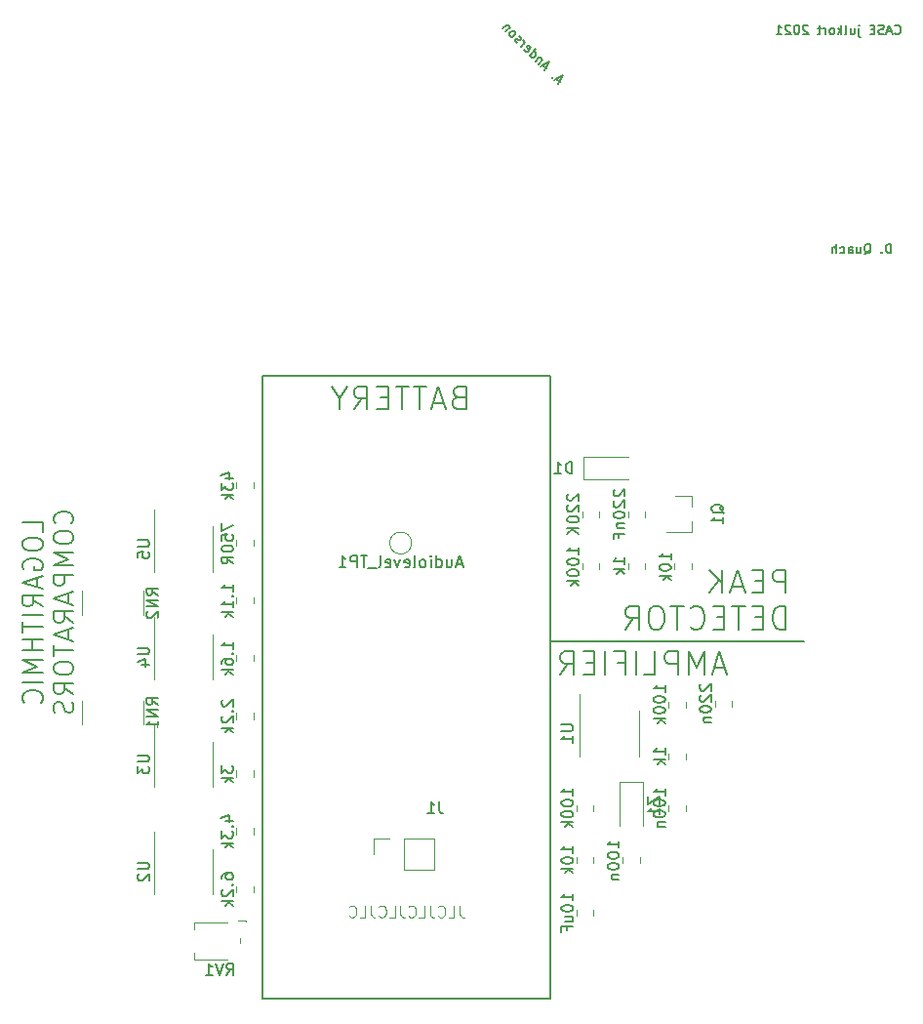
<source format=gbo>
G04 #@! TF.GenerationSoftware,KiCad,Pcbnew,(5.1.6)-1*
G04 #@! TF.CreationDate,2021-12-09T10:41:18+01:00*
G04 #@! TF.ProjectId,opamp_vu_meter,6f70616d-705f-4767-955f-6d657465722e,rev?*
G04 #@! TF.SameCoordinates,Original*
G04 #@! TF.FileFunction,Legend,Bot*
G04 #@! TF.FilePolarity,Positive*
%FSLAX46Y46*%
G04 Gerber Fmt 4.6, Leading zero omitted, Abs format (unit mm)*
G04 Created by KiCad (PCBNEW (5.1.6)-1) date 2021-12-09 10:41:18*
%MOMM*%
%LPD*%
G01*
G04 APERTURE LIST*
%ADD10C,0.150000*%
%ADD11C,0.100000*%
%ADD12C,0.200000*%
%ADD13C,0.120000*%
%ADD14C,3.200000*%
%ADD15R,0.900000X1.500000*%
%ADD16R,2.500000X1.600000*%
%ADD17R,2.500000X1.200000*%
%ADD18O,1.700000X1.700000*%
%ADD19R,1.700000X1.700000*%
%ADD20C,1.333000*%
%ADD21R,0.900000X1.200000*%
%ADD22R,0.900000X0.800000*%
%ADD23C,1.500000*%
%ADD24R,1.100000X1.100000*%
G04 APERTURE END LIST*
D10*
X192895238Y-45285714D02*
X192933333Y-45323809D01*
X193047619Y-45361904D01*
X193123809Y-45361904D01*
X193238095Y-45323809D01*
X193314285Y-45247619D01*
X193352380Y-45171428D01*
X193390476Y-45019047D01*
X193390476Y-44904761D01*
X193352380Y-44752380D01*
X193314285Y-44676190D01*
X193238095Y-44600000D01*
X193123809Y-44561904D01*
X193047619Y-44561904D01*
X192933333Y-44600000D01*
X192895238Y-44638095D01*
X192590476Y-45133333D02*
X192209523Y-45133333D01*
X192666666Y-45361904D02*
X192400000Y-44561904D01*
X192133333Y-45361904D01*
X191904761Y-45323809D02*
X191790476Y-45361904D01*
X191600000Y-45361904D01*
X191523809Y-45323809D01*
X191485714Y-45285714D01*
X191447619Y-45209523D01*
X191447619Y-45133333D01*
X191485714Y-45057142D01*
X191523809Y-45019047D01*
X191600000Y-44980952D01*
X191752380Y-44942857D01*
X191828571Y-44904761D01*
X191866666Y-44866666D01*
X191904761Y-44790476D01*
X191904761Y-44714285D01*
X191866666Y-44638095D01*
X191828571Y-44600000D01*
X191752380Y-44561904D01*
X191561904Y-44561904D01*
X191447619Y-44600000D01*
X191104761Y-44942857D02*
X190838095Y-44942857D01*
X190723809Y-45361904D02*
X191104761Y-45361904D01*
X191104761Y-44561904D01*
X190723809Y-44561904D01*
X189771428Y-44828571D02*
X189771428Y-45514285D01*
X189809523Y-45590476D01*
X189885714Y-45628571D01*
X189923809Y-45628571D01*
X189771428Y-44561904D02*
X189809523Y-44600000D01*
X189771428Y-44638095D01*
X189733333Y-44600000D01*
X189771428Y-44561904D01*
X189771428Y-44638095D01*
X189047619Y-44828571D02*
X189047619Y-45361904D01*
X189390476Y-44828571D02*
X189390476Y-45247619D01*
X189352380Y-45323809D01*
X189276190Y-45361904D01*
X189161904Y-45361904D01*
X189085714Y-45323809D01*
X189047619Y-45285714D01*
X188552380Y-45361904D02*
X188628571Y-45323809D01*
X188666666Y-45247619D01*
X188666666Y-44561904D01*
X188247619Y-45361904D02*
X188247619Y-44561904D01*
X188171428Y-45057142D02*
X187942857Y-45361904D01*
X187942857Y-44828571D02*
X188247619Y-45133333D01*
X187485714Y-45361904D02*
X187561904Y-45323809D01*
X187600000Y-45285714D01*
X187638095Y-45209523D01*
X187638095Y-44980952D01*
X187600000Y-44904761D01*
X187561904Y-44866666D01*
X187485714Y-44828571D01*
X187371428Y-44828571D01*
X187295238Y-44866666D01*
X187257142Y-44904761D01*
X187219047Y-44980952D01*
X187219047Y-45209523D01*
X187257142Y-45285714D01*
X187295238Y-45323809D01*
X187371428Y-45361904D01*
X187485714Y-45361904D01*
X186876190Y-45361904D02*
X186876190Y-44828571D01*
X186876190Y-44980952D02*
X186838095Y-44904761D01*
X186800000Y-44866666D01*
X186723809Y-44828571D01*
X186647619Y-44828571D01*
X186495238Y-44828571D02*
X186190476Y-44828571D01*
X186380952Y-44561904D02*
X186380952Y-45247619D01*
X186342857Y-45323809D01*
X186266666Y-45361904D01*
X186190476Y-45361904D01*
X185352380Y-44638095D02*
X185314285Y-44600000D01*
X185238095Y-44561904D01*
X185047619Y-44561904D01*
X184971428Y-44600000D01*
X184933333Y-44638095D01*
X184895238Y-44714285D01*
X184895238Y-44790476D01*
X184933333Y-44904761D01*
X185390476Y-45361904D01*
X184895238Y-45361904D01*
X184400000Y-44561904D02*
X184323809Y-44561904D01*
X184247619Y-44600000D01*
X184209523Y-44638095D01*
X184171428Y-44714285D01*
X184133333Y-44866666D01*
X184133333Y-45057142D01*
X184171428Y-45209523D01*
X184209523Y-45285714D01*
X184247619Y-45323809D01*
X184323809Y-45361904D01*
X184400000Y-45361904D01*
X184476190Y-45323809D01*
X184514285Y-45285714D01*
X184552380Y-45209523D01*
X184590476Y-45057142D01*
X184590476Y-44866666D01*
X184552380Y-44714285D01*
X184514285Y-44638095D01*
X184476190Y-44600000D01*
X184400000Y-44561904D01*
X183828571Y-44638095D02*
X183790476Y-44600000D01*
X183714285Y-44561904D01*
X183523809Y-44561904D01*
X183447619Y-44600000D01*
X183409523Y-44638095D01*
X183371428Y-44714285D01*
X183371428Y-44790476D01*
X183409523Y-44904761D01*
X183866666Y-45361904D01*
X183371428Y-45361904D01*
X182609523Y-45361904D02*
X183066666Y-45361904D01*
X182838095Y-45361904D02*
X182838095Y-44561904D01*
X182914285Y-44676190D01*
X182990476Y-44752380D01*
X183066666Y-44790476D01*
X163803147Y-49491709D02*
X163533773Y-49222335D01*
X163695398Y-49707208D02*
X164072521Y-48952961D01*
X163318274Y-49330085D01*
X163183587Y-49087648D02*
X163129712Y-49087648D01*
X163129712Y-49141523D01*
X163183587Y-49141523D01*
X163183587Y-49087648D01*
X163129712Y-49141523D01*
X162617902Y-48306463D02*
X162348528Y-48037089D01*
X162510152Y-48521963D02*
X162887276Y-47767715D01*
X162133028Y-48144839D01*
X162321590Y-47579154D02*
X161944467Y-47956277D01*
X162267715Y-47633028D02*
X162267715Y-47579154D01*
X162240778Y-47498341D01*
X162159966Y-47417529D01*
X162079154Y-47390592D01*
X161998341Y-47417529D01*
X161702030Y-47713841D01*
X161190219Y-47202030D02*
X161755905Y-46636345D01*
X161217157Y-47175093D02*
X161244094Y-47255905D01*
X161351844Y-47363654D01*
X161432656Y-47390592D01*
X161486531Y-47390592D01*
X161567343Y-47363654D01*
X161728967Y-47202030D01*
X161755905Y-47121218D01*
X161755905Y-47067343D01*
X161728967Y-46986531D01*
X161621218Y-46878781D01*
X161540406Y-46851844D01*
X160732284Y-46690219D02*
X160759221Y-46771032D01*
X160866971Y-46878781D01*
X160947783Y-46905719D01*
X161028595Y-46878781D01*
X161244094Y-46663282D01*
X161271032Y-46582470D01*
X161244094Y-46501658D01*
X161136345Y-46393908D01*
X161055532Y-46366971D01*
X160974720Y-46393908D01*
X160920845Y-46447783D01*
X161136345Y-46771032D01*
X160435972Y-46447783D02*
X160813096Y-46070659D01*
X160705346Y-46178409D02*
X160732284Y-46097597D01*
X160732284Y-46043722D01*
X160705346Y-45962910D01*
X160651471Y-45909035D01*
X160139661Y-46097597D02*
X160058849Y-46070659D01*
X159951099Y-45962910D01*
X159924162Y-45882097D01*
X159951099Y-45801285D01*
X159978036Y-45774348D01*
X160058849Y-45747410D01*
X160139661Y-45774348D01*
X160220473Y-45855160D01*
X160301285Y-45882097D01*
X160382097Y-45855160D01*
X160409035Y-45828223D01*
X160435972Y-45747410D01*
X160409035Y-45666598D01*
X160328223Y-45585786D01*
X160247410Y-45558849D01*
X159547038Y-45558849D02*
X159627850Y-45585786D01*
X159681725Y-45585786D01*
X159762537Y-45558849D01*
X159924162Y-45397224D01*
X159951099Y-45316412D01*
X159951099Y-45262537D01*
X159924162Y-45181725D01*
X159843349Y-45100913D01*
X159762537Y-45073975D01*
X159708662Y-45073975D01*
X159627850Y-45100913D01*
X159466226Y-45262537D01*
X159439288Y-45343349D01*
X159439288Y-45397224D01*
X159466226Y-45478036D01*
X159547038Y-45558849D01*
X159493163Y-44750727D02*
X159116039Y-45127850D01*
X159439288Y-44804601D02*
X159439288Y-44750727D01*
X159412351Y-44669914D01*
X159331539Y-44589102D01*
X159250727Y-44562165D01*
X159169914Y-44589102D01*
X158873603Y-44885414D01*
D11*
X155119047Y-120952380D02*
X155119047Y-121666666D01*
X155166666Y-121809523D01*
X155261904Y-121904761D01*
X155404761Y-121952380D01*
X155500000Y-121952380D01*
X154166666Y-121952380D02*
X154642857Y-121952380D01*
X154642857Y-120952380D01*
X153261904Y-121857142D02*
X153309523Y-121904761D01*
X153452380Y-121952380D01*
X153547619Y-121952380D01*
X153690476Y-121904761D01*
X153785714Y-121809523D01*
X153833333Y-121714285D01*
X153880952Y-121523809D01*
X153880952Y-121380952D01*
X153833333Y-121190476D01*
X153785714Y-121095238D01*
X153690476Y-121000000D01*
X153547619Y-120952380D01*
X153452380Y-120952380D01*
X153309523Y-121000000D01*
X153261904Y-121047619D01*
X152547619Y-120952380D02*
X152547619Y-121666666D01*
X152595238Y-121809523D01*
X152690476Y-121904761D01*
X152833333Y-121952380D01*
X152928571Y-121952380D01*
X151595238Y-121952380D02*
X152071428Y-121952380D01*
X152071428Y-120952380D01*
X150690476Y-121857142D02*
X150738095Y-121904761D01*
X150880952Y-121952380D01*
X150976190Y-121952380D01*
X151119047Y-121904761D01*
X151214285Y-121809523D01*
X151261904Y-121714285D01*
X151309523Y-121523809D01*
X151309523Y-121380952D01*
X151261904Y-121190476D01*
X151214285Y-121095238D01*
X151119047Y-121000000D01*
X150976190Y-120952380D01*
X150880952Y-120952380D01*
X150738095Y-121000000D01*
X150690476Y-121047619D01*
X149976190Y-120952380D02*
X149976190Y-121666666D01*
X150023809Y-121809523D01*
X150119047Y-121904761D01*
X150261904Y-121952380D01*
X150357142Y-121952380D01*
X149023809Y-121952380D02*
X149500000Y-121952380D01*
X149500000Y-120952380D01*
X148119047Y-121857142D02*
X148166666Y-121904761D01*
X148309523Y-121952380D01*
X148404761Y-121952380D01*
X148547619Y-121904761D01*
X148642857Y-121809523D01*
X148690476Y-121714285D01*
X148738095Y-121523809D01*
X148738095Y-121380952D01*
X148690476Y-121190476D01*
X148642857Y-121095238D01*
X148547619Y-121000000D01*
X148404761Y-120952380D01*
X148309523Y-120952380D01*
X148166666Y-121000000D01*
X148119047Y-121047619D01*
X147404761Y-120952380D02*
X147404761Y-121666666D01*
X147452380Y-121809523D01*
X147547619Y-121904761D01*
X147690476Y-121952380D01*
X147785714Y-121952380D01*
X146452380Y-121952380D02*
X146928571Y-121952380D01*
X146928571Y-120952380D01*
X145547619Y-121857142D02*
X145595238Y-121904761D01*
X145738095Y-121952380D01*
X145833333Y-121952380D01*
X145976190Y-121904761D01*
X146071428Y-121809523D01*
X146119047Y-121714285D01*
X146166666Y-121523809D01*
X146166666Y-121380952D01*
X146119047Y-121190476D01*
X146071428Y-121095238D01*
X145976190Y-121000000D01*
X145833333Y-120952380D01*
X145738095Y-120952380D01*
X145595238Y-121000000D01*
X145547619Y-121047619D01*
D10*
X118919047Y-88538095D02*
X118919047Y-87728571D01*
X117219047Y-87728571D01*
X117219047Y-89428571D02*
X117219047Y-89752380D01*
X117300000Y-89914285D01*
X117461904Y-90076190D01*
X117785714Y-90157142D01*
X118352380Y-90157142D01*
X118676190Y-90076190D01*
X118838095Y-89914285D01*
X118919047Y-89752380D01*
X118919047Y-89428571D01*
X118838095Y-89266666D01*
X118676190Y-89104761D01*
X118352380Y-89023809D01*
X117785714Y-89023809D01*
X117461904Y-89104761D01*
X117300000Y-89266666D01*
X117219047Y-89428571D01*
X117300000Y-91776190D02*
X117219047Y-91614285D01*
X117219047Y-91371428D01*
X117300000Y-91128571D01*
X117461904Y-90966666D01*
X117623809Y-90885714D01*
X117947619Y-90804761D01*
X118190476Y-90804761D01*
X118514285Y-90885714D01*
X118676190Y-90966666D01*
X118838095Y-91128571D01*
X118919047Y-91371428D01*
X118919047Y-91533333D01*
X118838095Y-91776190D01*
X118757142Y-91857142D01*
X118190476Y-91857142D01*
X118190476Y-91533333D01*
X118433333Y-92504761D02*
X118433333Y-93314285D01*
X118919047Y-92342857D02*
X117219047Y-92909523D01*
X118919047Y-93476190D01*
X118919047Y-95014285D02*
X118109523Y-94447619D01*
X118919047Y-94042857D02*
X117219047Y-94042857D01*
X117219047Y-94690476D01*
X117300000Y-94852380D01*
X117380952Y-94933333D01*
X117542857Y-95014285D01*
X117785714Y-95014285D01*
X117947619Y-94933333D01*
X118028571Y-94852380D01*
X118109523Y-94690476D01*
X118109523Y-94042857D01*
X118919047Y-95742857D02*
X117219047Y-95742857D01*
X117219047Y-96309523D02*
X117219047Y-97280952D01*
X118919047Y-96795238D02*
X117219047Y-96795238D01*
X118919047Y-97847619D02*
X117219047Y-97847619D01*
X118028571Y-97847619D02*
X118028571Y-98819047D01*
X118919047Y-98819047D02*
X117219047Y-98819047D01*
X118919047Y-99628571D02*
X117219047Y-99628571D01*
X118433333Y-100195238D01*
X117219047Y-100761904D01*
X118919047Y-100761904D01*
X118919047Y-101571428D02*
X117219047Y-101571428D01*
X118757142Y-103352380D02*
X118838095Y-103271428D01*
X118919047Y-103028571D01*
X118919047Y-102866666D01*
X118838095Y-102623809D01*
X118676190Y-102461904D01*
X118514285Y-102380952D01*
X118190476Y-102300000D01*
X117947619Y-102300000D01*
X117623809Y-102380952D01*
X117461904Y-102461904D01*
X117300000Y-102623809D01*
X117219047Y-102866666D01*
X117219047Y-103028571D01*
X117300000Y-103271428D01*
X117380952Y-103352380D01*
X121457142Y-87809523D02*
X121538095Y-87728571D01*
X121619047Y-87485714D01*
X121619047Y-87323809D01*
X121538095Y-87080952D01*
X121376190Y-86919047D01*
X121214285Y-86838095D01*
X120890476Y-86757142D01*
X120647619Y-86757142D01*
X120323809Y-86838095D01*
X120161904Y-86919047D01*
X120000000Y-87080952D01*
X119919047Y-87323809D01*
X119919047Y-87485714D01*
X120000000Y-87728571D01*
X120080952Y-87809523D01*
X119919047Y-88861904D02*
X119919047Y-89185714D01*
X120000000Y-89347619D01*
X120161904Y-89509523D01*
X120485714Y-89590476D01*
X121052380Y-89590476D01*
X121376190Y-89509523D01*
X121538095Y-89347619D01*
X121619047Y-89185714D01*
X121619047Y-88861904D01*
X121538095Y-88700000D01*
X121376190Y-88538095D01*
X121052380Y-88457142D01*
X120485714Y-88457142D01*
X120161904Y-88538095D01*
X120000000Y-88700000D01*
X119919047Y-88861904D01*
X121619047Y-90319047D02*
X119919047Y-90319047D01*
X121133333Y-90885714D01*
X119919047Y-91452380D01*
X121619047Y-91452380D01*
X121619047Y-92261904D02*
X119919047Y-92261904D01*
X119919047Y-92909523D01*
X120000000Y-93071428D01*
X120080952Y-93152380D01*
X120242857Y-93233333D01*
X120485714Y-93233333D01*
X120647619Y-93152380D01*
X120728571Y-93071428D01*
X120809523Y-92909523D01*
X120809523Y-92261904D01*
X121133333Y-93880952D02*
X121133333Y-94690476D01*
X121619047Y-93719047D02*
X119919047Y-94285714D01*
X121619047Y-94852380D01*
X121619047Y-96390476D02*
X120809523Y-95823809D01*
X121619047Y-95419047D02*
X119919047Y-95419047D01*
X119919047Y-96066666D01*
X120000000Y-96228571D01*
X120080952Y-96309523D01*
X120242857Y-96390476D01*
X120485714Y-96390476D01*
X120647619Y-96309523D01*
X120728571Y-96228571D01*
X120809523Y-96066666D01*
X120809523Y-95419047D01*
X121133333Y-97038095D02*
X121133333Y-97847619D01*
X121619047Y-96876190D02*
X119919047Y-97442857D01*
X121619047Y-98009523D01*
X119919047Y-98333333D02*
X119919047Y-99304761D01*
X121619047Y-98819047D02*
X119919047Y-98819047D01*
X119919047Y-100195238D02*
X119919047Y-100519047D01*
X120000000Y-100680952D01*
X120161904Y-100842857D01*
X120485714Y-100923809D01*
X121052380Y-100923809D01*
X121376190Y-100842857D01*
X121538095Y-100680952D01*
X121619047Y-100519047D01*
X121619047Y-100195238D01*
X121538095Y-100033333D01*
X121376190Y-99871428D01*
X121052380Y-99790476D01*
X120485714Y-99790476D01*
X120161904Y-99871428D01*
X120000000Y-100033333D01*
X119919047Y-100195238D01*
X121619047Y-102623809D02*
X120809523Y-102057142D01*
X121619047Y-101652380D02*
X119919047Y-101652380D01*
X119919047Y-102300000D01*
X120000000Y-102461904D01*
X120080952Y-102542857D01*
X120242857Y-102623809D01*
X120485714Y-102623809D01*
X120647619Y-102542857D01*
X120728571Y-102461904D01*
X120809523Y-102300000D01*
X120809523Y-101652380D01*
X121538095Y-103271428D02*
X121619047Y-103514285D01*
X121619047Y-103919047D01*
X121538095Y-104080952D01*
X121457142Y-104161904D01*
X121295238Y-104242857D01*
X121133333Y-104242857D01*
X120971428Y-104161904D01*
X120890476Y-104080952D01*
X120809523Y-103919047D01*
X120728571Y-103595238D01*
X120647619Y-103433333D01*
X120566666Y-103352380D01*
X120404761Y-103271428D01*
X120242857Y-103271428D01*
X120080952Y-103352380D01*
X120000000Y-103433333D01*
X119919047Y-103595238D01*
X119919047Y-103999999D01*
X120000000Y-104242857D01*
D12*
X163000000Y-75000000D02*
X138000000Y-75000000D01*
D10*
X155000000Y-76857142D02*
X154714285Y-76952380D01*
X154619047Y-77047619D01*
X154523809Y-77238095D01*
X154523809Y-77523809D01*
X154619047Y-77714285D01*
X154714285Y-77809523D01*
X154904761Y-77904761D01*
X155666666Y-77904761D01*
X155666666Y-75904761D01*
X155000000Y-75904761D01*
X154809523Y-76000000D01*
X154714285Y-76095238D01*
X154619047Y-76285714D01*
X154619047Y-76476190D01*
X154714285Y-76666666D01*
X154809523Y-76761904D01*
X155000000Y-76857142D01*
X155666666Y-76857142D01*
X153761904Y-77333333D02*
X152809523Y-77333333D01*
X153952380Y-77904761D02*
X153285714Y-75904761D01*
X152619047Y-77904761D01*
X152238095Y-75904761D02*
X151095238Y-75904761D01*
X151666666Y-77904761D02*
X151666666Y-75904761D01*
X150714285Y-75904761D02*
X149571428Y-75904761D01*
X150142857Y-77904761D02*
X150142857Y-75904761D01*
X148904761Y-76857142D02*
X148238095Y-76857142D01*
X147952380Y-77904761D02*
X148904761Y-77904761D01*
X148904761Y-75904761D01*
X147952380Y-75904761D01*
X145952380Y-77904761D02*
X146619047Y-76952380D01*
X147095238Y-77904761D02*
X147095238Y-75904761D01*
X146333333Y-75904761D01*
X146142857Y-76000000D01*
X146047619Y-76095238D01*
X145952380Y-76285714D01*
X145952380Y-76571428D01*
X146047619Y-76761904D01*
X146142857Y-76857142D01*
X146333333Y-76952380D01*
X147095238Y-76952380D01*
X144714285Y-76952380D02*
X144714285Y-77904761D01*
X145380952Y-75904761D02*
X144714285Y-76952380D01*
X144047619Y-75904761D01*
X183426309Y-93829761D02*
X183426309Y-91829761D01*
X182664404Y-91829761D01*
X182473928Y-91925000D01*
X182378690Y-92020238D01*
X182283452Y-92210714D01*
X182283452Y-92496428D01*
X182378690Y-92686904D01*
X182473928Y-92782142D01*
X182664404Y-92877380D01*
X183426309Y-92877380D01*
X181426309Y-92782142D02*
X180759642Y-92782142D01*
X180473928Y-93829761D02*
X181426309Y-93829761D01*
X181426309Y-91829761D01*
X180473928Y-91829761D01*
X179712023Y-93258333D02*
X178759642Y-93258333D01*
X179902500Y-93829761D02*
X179235833Y-91829761D01*
X178569166Y-93829761D01*
X177902500Y-93829761D02*
X177902500Y-91829761D01*
X176759642Y-93829761D02*
X177616785Y-92686904D01*
X176759642Y-91829761D02*
X177902500Y-92972619D01*
X183426309Y-96979761D02*
X183426309Y-94979761D01*
X182950119Y-94979761D01*
X182664404Y-95075000D01*
X182473928Y-95265476D01*
X182378690Y-95455952D01*
X182283452Y-95836904D01*
X182283452Y-96122619D01*
X182378690Y-96503571D01*
X182473928Y-96694047D01*
X182664404Y-96884523D01*
X182950119Y-96979761D01*
X183426309Y-96979761D01*
X181426309Y-95932142D02*
X180759642Y-95932142D01*
X180473928Y-96979761D02*
X181426309Y-96979761D01*
X181426309Y-94979761D01*
X180473928Y-94979761D01*
X179902500Y-94979761D02*
X178759642Y-94979761D01*
X179331071Y-96979761D02*
X179331071Y-94979761D01*
X178092976Y-95932142D02*
X177426309Y-95932142D01*
X177140595Y-96979761D02*
X178092976Y-96979761D01*
X178092976Y-94979761D01*
X177140595Y-94979761D01*
X175140595Y-96789285D02*
X175235833Y-96884523D01*
X175521547Y-96979761D01*
X175712023Y-96979761D01*
X175997738Y-96884523D01*
X176188214Y-96694047D01*
X176283452Y-96503571D01*
X176378690Y-96122619D01*
X176378690Y-95836904D01*
X176283452Y-95455952D01*
X176188214Y-95265476D01*
X175997738Y-95075000D01*
X175712023Y-94979761D01*
X175521547Y-94979761D01*
X175235833Y-95075000D01*
X175140595Y-95170238D01*
X174569166Y-94979761D02*
X173426309Y-94979761D01*
X173997738Y-96979761D02*
X173997738Y-94979761D01*
X172378690Y-94979761D02*
X171997738Y-94979761D01*
X171807261Y-95075000D01*
X171616785Y-95265476D01*
X171521547Y-95646428D01*
X171521547Y-96313095D01*
X171616785Y-96694047D01*
X171807261Y-96884523D01*
X171997738Y-96979761D01*
X172378690Y-96979761D01*
X172569166Y-96884523D01*
X172759642Y-96694047D01*
X172854880Y-96313095D01*
X172854880Y-95646428D01*
X172759642Y-95265476D01*
X172569166Y-95075000D01*
X172378690Y-94979761D01*
X169521547Y-96979761D02*
X170188214Y-96027380D01*
X170664404Y-96979761D02*
X170664404Y-94979761D01*
X169902499Y-94979761D01*
X169712023Y-95075000D01*
X169616785Y-95170238D01*
X169521547Y-95360714D01*
X169521547Y-95646428D01*
X169616785Y-95836904D01*
X169712023Y-95932142D01*
X169902499Y-96027380D01*
X170664404Y-96027380D01*
X178142857Y-100333333D02*
X177190476Y-100333333D01*
X178333333Y-100904761D02*
X177666666Y-98904761D01*
X177000000Y-100904761D01*
X176333333Y-100904761D02*
X176333333Y-98904761D01*
X175666666Y-100333333D01*
X175000000Y-98904761D01*
X175000000Y-100904761D01*
X174047619Y-100904761D02*
X174047619Y-98904761D01*
X173285714Y-98904761D01*
X173095238Y-99000000D01*
X173000000Y-99095238D01*
X172904761Y-99285714D01*
X172904761Y-99571428D01*
X173000000Y-99761904D01*
X173095238Y-99857142D01*
X173285714Y-99952380D01*
X174047619Y-99952380D01*
X171095238Y-100904761D02*
X172047619Y-100904761D01*
X172047619Y-98904761D01*
X170428571Y-100904761D02*
X170428571Y-98904761D01*
X168809523Y-99857142D02*
X169476190Y-99857142D01*
X169476190Y-100904761D02*
X169476190Y-98904761D01*
X168523809Y-98904761D01*
X167761904Y-100904761D02*
X167761904Y-98904761D01*
X166809523Y-99857142D02*
X166142857Y-99857142D01*
X165857142Y-100904761D02*
X166809523Y-100904761D01*
X166809523Y-98904761D01*
X165857142Y-98904761D01*
X163857142Y-100904761D02*
X164523809Y-99952380D01*
X165000000Y-100904761D02*
X165000000Y-98904761D01*
X164238095Y-98904761D01*
X164047619Y-99000000D01*
X163952380Y-99095238D01*
X163857142Y-99285714D01*
X163857142Y-99571428D01*
X163952380Y-99761904D01*
X164047619Y-99857142D01*
X164238095Y-99952380D01*
X165000000Y-99952380D01*
D12*
X163000000Y-98000000D02*
X185000000Y-98000000D01*
X163000000Y-129000000D02*
X163000000Y-75000000D01*
X138000000Y-129000000D02*
X163000000Y-129000000D01*
X138000000Y-75000000D02*
X138000000Y-129000000D01*
D10*
X192552380Y-64361904D02*
X192552380Y-63561904D01*
X192361904Y-63561904D01*
X192247619Y-63600000D01*
X192171428Y-63676190D01*
X192133333Y-63752380D01*
X192095238Y-63904761D01*
X192095238Y-64019047D01*
X192133333Y-64171428D01*
X192171428Y-64247619D01*
X192247619Y-64323809D01*
X192361904Y-64361904D01*
X192552380Y-64361904D01*
X191752380Y-64285714D02*
X191714285Y-64323809D01*
X191752380Y-64361904D01*
X191790476Y-64323809D01*
X191752380Y-64285714D01*
X191752380Y-64361904D01*
X190228571Y-64438095D02*
X190304761Y-64400000D01*
X190380952Y-64323809D01*
X190495238Y-64209523D01*
X190571428Y-64171428D01*
X190647619Y-64171428D01*
X190609523Y-64361904D02*
X190685714Y-64323809D01*
X190761904Y-64247619D01*
X190800000Y-64095238D01*
X190800000Y-63828571D01*
X190761904Y-63676190D01*
X190685714Y-63600000D01*
X190609523Y-63561904D01*
X190457142Y-63561904D01*
X190380952Y-63600000D01*
X190304761Y-63676190D01*
X190266666Y-63828571D01*
X190266666Y-64095238D01*
X190304761Y-64247619D01*
X190380952Y-64323809D01*
X190457142Y-64361904D01*
X190609523Y-64361904D01*
X189580952Y-63828571D02*
X189580952Y-64361904D01*
X189923809Y-63828571D02*
X189923809Y-64247619D01*
X189885714Y-64323809D01*
X189809523Y-64361904D01*
X189695238Y-64361904D01*
X189619047Y-64323809D01*
X189580952Y-64285714D01*
X188857142Y-64361904D02*
X188857142Y-63942857D01*
X188895238Y-63866666D01*
X188971428Y-63828571D01*
X189123809Y-63828571D01*
X189200000Y-63866666D01*
X188857142Y-64323809D02*
X188933333Y-64361904D01*
X189123809Y-64361904D01*
X189200000Y-64323809D01*
X189238095Y-64247619D01*
X189238095Y-64171428D01*
X189200000Y-64095238D01*
X189123809Y-64057142D01*
X188933333Y-64057142D01*
X188857142Y-64019047D01*
X188133333Y-64323809D02*
X188209523Y-64361904D01*
X188361904Y-64361904D01*
X188438095Y-64323809D01*
X188476190Y-64285714D01*
X188514285Y-64209523D01*
X188514285Y-63980952D01*
X188476190Y-63904761D01*
X188438095Y-63866666D01*
X188361904Y-63828571D01*
X188209523Y-63828571D01*
X188133333Y-63866666D01*
X187790476Y-64361904D02*
X187790476Y-63561904D01*
X187447619Y-64361904D02*
X187447619Y-63942857D01*
X187485714Y-63866666D01*
X187561904Y-63828571D01*
X187676190Y-63828571D01*
X187752380Y-63866666D01*
X187790476Y-63904761D01*
D13*
G04 #@! TO.C,RN1*
X127670000Y-103150000D02*
X127670000Y-105250000D01*
X122330000Y-103150000D02*
X122330000Y-105250000D01*
G04 #@! TO.C,RN2*
X127670000Y-93650000D02*
X127670000Y-95750000D01*
X122330000Y-93650000D02*
X122330000Y-95750000D01*
G04 #@! TO.C,RV1*
X136100000Y-123800000D02*
X136100000Y-124200000D01*
X135000000Y-122400000D02*
X132100000Y-122400000D01*
X132100000Y-122400000D02*
X132100000Y-123000000D01*
X135000000Y-125600000D02*
X132100000Y-125600000D01*
X132100000Y-125600000D02*
X132100000Y-125000000D01*
X135900000Y-122200000D02*
X136600000Y-122200000D01*
X136600000Y-122200000D02*
X136600000Y-122900000D01*
G04 #@! TO.C,J1*
X147670000Y-115170000D02*
X147670000Y-116500000D01*
X149000000Y-115170000D02*
X147670000Y-115170000D01*
X150270000Y-115170000D02*
X150270000Y-117830000D01*
X150270000Y-117830000D02*
X152870000Y-117830000D01*
X150270000Y-115170000D02*
X152870000Y-115170000D01*
X152870000Y-115170000D02*
X152870000Y-117830000D01*
G04 #@! TO.C,C5*
X165265000Y-121798752D02*
X165265000Y-121276248D01*
X166735000Y-121798752D02*
X166735000Y-121276248D01*
G04 #@! TO.C,C1*
X169265000Y-117261252D02*
X169265000Y-116738748D01*
X170735000Y-117261252D02*
X170735000Y-116738748D01*
G04 #@! TO.C,C2*
X174735000Y-112276248D02*
X174735000Y-112798752D01*
X173265000Y-112276248D02*
X173265000Y-112798752D01*
G04 #@! TO.C,C3*
X178735000Y-103201248D02*
X178735000Y-103723752D01*
X177265000Y-103201248D02*
X177265000Y-103723752D01*
G04 #@! TO.C,C4*
X171235000Y-86776248D02*
X171235000Y-87298752D01*
X169765000Y-86776248D02*
X169765000Y-87298752D01*
G04 #@! TO.C,R1*
X166735000Y-116738748D02*
X166735000Y-117261252D01*
X165265000Y-116738748D02*
X165265000Y-117261252D01*
G04 #@! TO.C,R3*
X166735000Y-112238748D02*
X166735000Y-112761252D01*
X165265000Y-112238748D02*
X165265000Y-112761252D01*
G04 #@! TO.C,R4*
X174735000Y-107738748D02*
X174735000Y-108261252D01*
X173265000Y-107738748D02*
X173265000Y-108261252D01*
G04 #@! TO.C,R5*
X174735000Y-103238748D02*
X174735000Y-103761252D01*
X173265000Y-103238748D02*
X173265000Y-103761252D01*
G04 #@! TO.C,R6*
X165765000Y-91761252D02*
X165765000Y-91238748D01*
X167235000Y-91761252D02*
X167235000Y-91238748D01*
G04 #@! TO.C,R7*
X171235000Y-91238748D02*
X171235000Y-91761252D01*
X169765000Y-91238748D02*
X169765000Y-91761252D01*
G04 #@! TO.C,R8*
X173765000Y-91761252D02*
X173765000Y-91238748D01*
X175235000Y-91761252D02*
X175235000Y-91238748D01*
G04 #@! TO.C,R9*
X167235000Y-86738748D02*
X167235000Y-87261252D01*
X165765000Y-86738748D02*
X165765000Y-87261252D01*
G04 #@! TO.C,R11*
X135765000Y-119761252D02*
X135765000Y-119238748D01*
X137235000Y-119761252D02*
X137235000Y-119238748D01*
G04 #@! TO.C,R12*
X135765000Y-114761252D02*
X135765000Y-114238748D01*
X137235000Y-114761252D02*
X137235000Y-114238748D01*
G04 #@! TO.C,R13*
X135765000Y-109761252D02*
X135765000Y-109238748D01*
X137235000Y-109761252D02*
X137235000Y-109238748D01*
G04 #@! TO.C,R14*
X135765000Y-104761252D02*
X135765000Y-104238748D01*
X137235000Y-104761252D02*
X137235000Y-104238748D01*
G04 #@! TO.C,R15*
X135765000Y-99761252D02*
X135765000Y-99238748D01*
X137235000Y-99761252D02*
X137235000Y-99238748D01*
G04 #@! TO.C,R16*
X135765000Y-94761252D02*
X135765000Y-94238748D01*
X137235000Y-94761252D02*
X137235000Y-94238748D01*
G04 #@! TO.C,R17*
X135765000Y-89761252D02*
X135765000Y-89238748D01*
X137235000Y-89761252D02*
X137235000Y-89238748D01*
G04 #@! TO.C,R18*
X135765000Y-84761252D02*
X135765000Y-84238748D01*
X137235000Y-84761252D02*
X137235000Y-84238748D01*
G04 #@! TO.C,D1*
X165900000Y-84000000D02*
X169800000Y-84000000D01*
X165900000Y-82000000D02*
X169800000Y-82000000D01*
X165900000Y-84000000D02*
X165900000Y-82000000D01*
G04 #@! TO.C,Q1*
X175260000Y-85420000D02*
X173800000Y-85420000D01*
X175260000Y-88580000D02*
X173100000Y-88580000D01*
X175260000Y-88580000D02*
X175260000Y-87650000D01*
X175260000Y-85420000D02*
X175260000Y-86350000D01*
G04 #@! TO.C,U1*
X165535000Y-106025000D02*
X165535000Y-102575000D01*
X165535000Y-106025000D02*
X165535000Y-107975000D01*
X170655000Y-106025000D02*
X170655000Y-104075000D01*
X170655000Y-106025000D02*
X170655000Y-107975000D01*
G04 #@! TO.C,U2*
X133695000Y-117975000D02*
X133695000Y-119925000D01*
X133695000Y-117975000D02*
X133695000Y-116025000D01*
X128575000Y-117975000D02*
X128575000Y-119925000D01*
X128575000Y-117975000D02*
X128575000Y-114525000D01*
G04 #@! TO.C,U3*
X128575000Y-108658334D02*
X128575000Y-105208334D01*
X128575000Y-108658334D02*
X128575000Y-110608334D01*
X133695000Y-108658334D02*
X133695000Y-106708334D01*
X133695000Y-108658334D02*
X133695000Y-110608334D01*
G04 #@! TO.C,U4*
X128575000Y-99341668D02*
X128575000Y-95891668D01*
X128575000Y-99341668D02*
X128575000Y-101291668D01*
X133695000Y-99341668D02*
X133695000Y-97391668D01*
X133695000Y-99341668D02*
X133695000Y-101291668D01*
G04 #@! TO.C,U5*
X133695000Y-90025000D02*
X133695000Y-91975000D01*
X133695000Y-90025000D02*
X133695000Y-88075000D01*
X128575000Y-90025000D02*
X128575000Y-91975000D01*
X128575000Y-90025000D02*
X128575000Y-86575000D01*
G04 #@! TO.C,Audiolevel_TP1*
X150950000Y-89500000D02*
G75*
G03*
X150950000Y-89500000I-950000J0D01*
G01*
G04 #@! TO.C,Z1*
X169000000Y-110200000D02*
X169000000Y-114050000D01*
X171000000Y-110200000D02*
X171000000Y-114050000D01*
X169000000Y-110200000D02*
X171000000Y-110200000D01*
G04 #@! TO.C,RN1*
D10*
X128952380Y-103509523D02*
X128476190Y-103176190D01*
X128952380Y-102938095D02*
X127952380Y-102938095D01*
X127952380Y-103319047D01*
X128000000Y-103414285D01*
X128047619Y-103461904D01*
X128142857Y-103509523D01*
X128285714Y-103509523D01*
X128380952Y-103461904D01*
X128428571Y-103414285D01*
X128476190Y-103319047D01*
X128476190Y-102938095D01*
X128952380Y-103938095D02*
X127952380Y-103938095D01*
X128952380Y-104509523D01*
X127952380Y-104509523D01*
X128952380Y-105509523D02*
X128952380Y-104938095D01*
X128952380Y-105223809D02*
X127952380Y-105223809D01*
X128095238Y-105128571D01*
X128190476Y-105033333D01*
X128238095Y-104938095D01*
G04 #@! TO.C,RN2*
X128952380Y-94009523D02*
X128476190Y-93676190D01*
X128952380Y-93438095D02*
X127952380Y-93438095D01*
X127952380Y-93819047D01*
X128000000Y-93914285D01*
X128047619Y-93961904D01*
X128142857Y-94009523D01*
X128285714Y-94009523D01*
X128380952Y-93961904D01*
X128428571Y-93914285D01*
X128476190Y-93819047D01*
X128476190Y-93438095D01*
X128952380Y-94438095D02*
X127952380Y-94438095D01*
X128952380Y-95009523D01*
X127952380Y-95009523D01*
X128047619Y-95438095D02*
X128000000Y-95485714D01*
X127952380Y-95580952D01*
X127952380Y-95819047D01*
X128000000Y-95914285D01*
X128047619Y-95961904D01*
X128142857Y-96009523D01*
X128238095Y-96009523D01*
X128380952Y-95961904D01*
X128952380Y-95390476D01*
X128952380Y-96009523D01*
G04 #@! TO.C,RV1*
X134895238Y-126952380D02*
X135228571Y-126476190D01*
X135466666Y-126952380D02*
X135466666Y-125952380D01*
X135085714Y-125952380D01*
X134990476Y-126000000D01*
X134942857Y-126047619D01*
X134895238Y-126142857D01*
X134895238Y-126285714D01*
X134942857Y-126380952D01*
X134990476Y-126428571D01*
X135085714Y-126476190D01*
X135466666Y-126476190D01*
X134609523Y-125952380D02*
X134276190Y-126952380D01*
X133942857Y-125952380D01*
X133085714Y-126952380D02*
X133657142Y-126952380D01*
X133371428Y-126952380D02*
X133371428Y-125952380D01*
X133466666Y-126095238D01*
X133561904Y-126190476D01*
X133657142Y-126238095D01*
G04 #@! TO.C,J1*
X153333333Y-111952380D02*
X153333333Y-112666666D01*
X153380952Y-112809523D01*
X153476190Y-112904761D01*
X153619047Y-112952380D01*
X153714285Y-112952380D01*
X152333333Y-112952380D02*
X152904761Y-112952380D01*
X152619047Y-112952380D02*
X152619047Y-111952380D01*
X152714285Y-112095238D01*
X152809523Y-112190476D01*
X152904761Y-112238095D01*
G04 #@! TO.C,C5*
X164952380Y-120503571D02*
X164952380Y-119932142D01*
X164952380Y-120217857D02*
X163952380Y-120217857D01*
X164095238Y-120122619D01*
X164190476Y-120027380D01*
X164238095Y-119932142D01*
X163952380Y-121122619D02*
X163952380Y-121217857D01*
X164000000Y-121313095D01*
X164047619Y-121360714D01*
X164142857Y-121408333D01*
X164333333Y-121455952D01*
X164571428Y-121455952D01*
X164761904Y-121408333D01*
X164857142Y-121360714D01*
X164904761Y-121313095D01*
X164952380Y-121217857D01*
X164952380Y-121122619D01*
X164904761Y-121027380D01*
X164857142Y-120979761D01*
X164761904Y-120932142D01*
X164571428Y-120884523D01*
X164333333Y-120884523D01*
X164142857Y-120932142D01*
X164047619Y-120979761D01*
X164000000Y-121027380D01*
X163952380Y-121122619D01*
X164285714Y-122313095D02*
X164952380Y-122313095D01*
X164285714Y-121884523D02*
X164809523Y-121884523D01*
X164904761Y-121932142D01*
X164952380Y-122027380D01*
X164952380Y-122170238D01*
X164904761Y-122265476D01*
X164857142Y-122313095D01*
X164428571Y-123122619D02*
X164428571Y-122789285D01*
X164952380Y-122789285D02*
X163952380Y-122789285D01*
X163952380Y-123265476D01*
G04 #@! TO.C,C1*
X168952380Y-115918452D02*
X168952380Y-115347023D01*
X168952380Y-115632738D02*
X167952380Y-115632738D01*
X168095238Y-115537500D01*
X168190476Y-115442261D01*
X168238095Y-115347023D01*
X167952380Y-116537500D02*
X167952380Y-116632738D01*
X168000000Y-116727976D01*
X168047619Y-116775595D01*
X168142857Y-116823214D01*
X168333333Y-116870833D01*
X168571428Y-116870833D01*
X168761904Y-116823214D01*
X168857142Y-116775595D01*
X168904761Y-116727976D01*
X168952380Y-116632738D01*
X168952380Y-116537500D01*
X168904761Y-116442261D01*
X168857142Y-116394642D01*
X168761904Y-116347023D01*
X168571428Y-116299404D01*
X168333333Y-116299404D01*
X168142857Y-116347023D01*
X168047619Y-116394642D01*
X168000000Y-116442261D01*
X167952380Y-116537500D01*
X167952380Y-117489880D02*
X167952380Y-117585119D01*
X168000000Y-117680357D01*
X168047619Y-117727976D01*
X168142857Y-117775595D01*
X168333333Y-117823214D01*
X168571428Y-117823214D01*
X168761904Y-117775595D01*
X168857142Y-117727976D01*
X168904761Y-117680357D01*
X168952380Y-117585119D01*
X168952380Y-117489880D01*
X168904761Y-117394642D01*
X168857142Y-117347023D01*
X168761904Y-117299404D01*
X168571428Y-117251785D01*
X168333333Y-117251785D01*
X168142857Y-117299404D01*
X168047619Y-117347023D01*
X168000000Y-117394642D01*
X167952380Y-117489880D01*
X168285714Y-118251785D02*
X168952380Y-118251785D01*
X168380952Y-118251785D02*
X168333333Y-118299404D01*
X168285714Y-118394642D01*
X168285714Y-118537500D01*
X168333333Y-118632738D01*
X168428571Y-118680357D01*
X168952380Y-118680357D01*
G04 #@! TO.C,C2*
X172952380Y-111380952D02*
X172952380Y-110809523D01*
X172952380Y-111095238D02*
X171952380Y-111095238D01*
X172095238Y-111000000D01*
X172190476Y-110904761D01*
X172238095Y-110809523D01*
X171952380Y-112000000D02*
X171952380Y-112095238D01*
X172000000Y-112190476D01*
X172047619Y-112238095D01*
X172142857Y-112285714D01*
X172333333Y-112333333D01*
X172571428Y-112333333D01*
X172761904Y-112285714D01*
X172857142Y-112238095D01*
X172904761Y-112190476D01*
X172952380Y-112095238D01*
X172952380Y-112000000D01*
X172904761Y-111904761D01*
X172857142Y-111857142D01*
X172761904Y-111809523D01*
X172571428Y-111761904D01*
X172333333Y-111761904D01*
X172142857Y-111809523D01*
X172047619Y-111857142D01*
X172000000Y-111904761D01*
X171952380Y-112000000D01*
X171952380Y-112952380D02*
X171952380Y-113047619D01*
X172000000Y-113142857D01*
X172047619Y-113190476D01*
X172142857Y-113238095D01*
X172333333Y-113285714D01*
X172571428Y-113285714D01*
X172761904Y-113238095D01*
X172857142Y-113190476D01*
X172904761Y-113142857D01*
X172952380Y-113047619D01*
X172952380Y-112952380D01*
X172904761Y-112857142D01*
X172857142Y-112809523D01*
X172761904Y-112761904D01*
X172571428Y-112714285D01*
X172333333Y-112714285D01*
X172142857Y-112761904D01*
X172047619Y-112809523D01*
X172000000Y-112857142D01*
X171952380Y-112952380D01*
X172285714Y-113714285D02*
X172952380Y-113714285D01*
X172380952Y-113714285D02*
X172333333Y-113761904D01*
X172285714Y-113857142D01*
X172285714Y-114000000D01*
X172333333Y-114095238D01*
X172428571Y-114142857D01*
X172952380Y-114142857D01*
G04 #@! TO.C,C3*
X176047619Y-101734523D02*
X176000000Y-101782142D01*
X175952380Y-101877380D01*
X175952380Y-102115476D01*
X176000000Y-102210714D01*
X176047619Y-102258333D01*
X176142857Y-102305952D01*
X176238095Y-102305952D01*
X176380952Y-102258333D01*
X176952380Y-101686904D01*
X176952380Y-102305952D01*
X176047619Y-102686904D02*
X176000000Y-102734523D01*
X175952380Y-102829761D01*
X175952380Y-103067857D01*
X176000000Y-103163095D01*
X176047619Y-103210714D01*
X176142857Y-103258333D01*
X176238095Y-103258333D01*
X176380952Y-103210714D01*
X176952380Y-102639285D01*
X176952380Y-103258333D01*
X175952380Y-103877380D02*
X175952380Y-103972619D01*
X176000000Y-104067857D01*
X176047619Y-104115476D01*
X176142857Y-104163095D01*
X176333333Y-104210714D01*
X176571428Y-104210714D01*
X176761904Y-104163095D01*
X176857142Y-104115476D01*
X176904761Y-104067857D01*
X176952380Y-103972619D01*
X176952380Y-103877380D01*
X176904761Y-103782142D01*
X176857142Y-103734523D01*
X176761904Y-103686904D01*
X176571428Y-103639285D01*
X176333333Y-103639285D01*
X176142857Y-103686904D01*
X176047619Y-103734523D01*
X176000000Y-103782142D01*
X175952380Y-103877380D01*
X176285714Y-104639285D02*
X176952380Y-104639285D01*
X176380952Y-104639285D02*
X176333333Y-104686904D01*
X176285714Y-104782142D01*
X176285714Y-104925000D01*
X176333333Y-105020238D01*
X176428571Y-105067857D01*
X176952380Y-105067857D01*
G04 #@! TO.C,C4*
X168547619Y-84880952D02*
X168500000Y-84928571D01*
X168452380Y-85023809D01*
X168452380Y-85261904D01*
X168500000Y-85357142D01*
X168547619Y-85404761D01*
X168642857Y-85452380D01*
X168738095Y-85452380D01*
X168880952Y-85404761D01*
X169452380Y-84833333D01*
X169452380Y-85452380D01*
X168547619Y-85833333D02*
X168500000Y-85880952D01*
X168452380Y-85976190D01*
X168452380Y-86214285D01*
X168500000Y-86309523D01*
X168547619Y-86357142D01*
X168642857Y-86404761D01*
X168738095Y-86404761D01*
X168880952Y-86357142D01*
X169452380Y-85785714D01*
X169452380Y-86404761D01*
X168452380Y-87023809D02*
X168452380Y-87119047D01*
X168500000Y-87214285D01*
X168547619Y-87261904D01*
X168642857Y-87309523D01*
X168833333Y-87357142D01*
X169071428Y-87357142D01*
X169261904Y-87309523D01*
X169357142Y-87261904D01*
X169404761Y-87214285D01*
X169452380Y-87119047D01*
X169452380Y-87023809D01*
X169404761Y-86928571D01*
X169357142Y-86880952D01*
X169261904Y-86833333D01*
X169071428Y-86785714D01*
X168833333Y-86785714D01*
X168642857Y-86833333D01*
X168547619Y-86880952D01*
X168500000Y-86928571D01*
X168452380Y-87023809D01*
X168785714Y-87785714D02*
X169452380Y-87785714D01*
X168880952Y-87785714D02*
X168833333Y-87833333D01*
X168785714Y-87928571D01*
X168785714Y-88071428D01*
X168833333Y-88166666D01*
X168928571Y-88214285D01*
X169452380Y-88214285D01*
X168928571Y-89023809D02*
X168928571Y-88690476D01*
X169452380Y-88690476D02*
X168452380Y-88690476D01*
X168452380Y-89166666D01*
G04 #@! TO.C,R1*
X164952380Y-116367261D02*
X164952380Y-115795833D01*
X164952380Y-116081547D02*
X163952380Y-116081547D01*
X164095238Y-115986309D01*
X164190476Y-115891071D01*
X164238095Y-115795833D01*
X163952380Y-116986309D02*
X163952380Y-117081547D01*
X164000000Y-117176785D01*
X164047619Y-117224404D01*
X164142857Y-117272023D01*
X164333333Y-117319642D01*
X164571428Y-117319642D01*
X164761904Y-117272023D01*
X164857142Y-117224404D01*
X164904761Y-117176785D01*
X164952380Y-117081547D01*
X164952380Y-116986309D01*
X164904761Y-116891071D01*
X164857142Y-116843452D01*
X164761904Y-116795833D01*
X164571428Y-116748214D01*
X164333333Y-116748214D01*
X164142857Y-116795833D01*
X164047619Y-116843452D01*
X164000000Y-116891071D01*
X163952380Y-116986309D01*
X164952380Y-117748214D02*
X163952380Y-117748214D01*
X164571428Y-117843452D02*
X164952380Y-118129166D01*
X164285714Y-118129166D02*
X164666666Y-117748214D01*
G04 #@! TO.C,R3*
X164952380Y-111391071D02*
X164952380Y-110819642D01*
X164952380Y-111105357D02*
X163952380Y-111105357D01*
X164095238Y-111010119D01*
X164190476Y-110914880D01*
X164238095Y-110819642D01*
X163952380Y-112010119D02*
X163952380Y-112105357D01*
X164000000Y-112200595D01*
X164047619Y-112248214D01*
X164142857Y-112295833D01*
X164333333Y-112343452D01*
X164571428Y-112343452D01*
X164761904Y-112295833D01*
X164857142Y-112248214D01*
X164904761Y-112200595D01*
X164952380Y-112105357D01*
X164952380Y-112010119D01*
X164904761Y-111914880D01*
X164857142Y-111867261D01*
X164761904Y-111819642D01*
X164571428Y-111772023D01*
X164333333Y-111772023D01*
X164142857Y-111819642D01*
X164047619Y-111867261D01*
X164000000Y-111914880D01*
X163952380Y-112010119D01*
X163952380Y-112962500D02*
X163952380Y-113057738D01*
X164000000Y-113152976D01*
X164047619Y-113200595D01*
X164142857Y-113248214D01*
X164333333Y-113295833D01*
X164571428Y-113295833D01*
X164761904Y-113248214D01*
X164857142Y-113200595D01*
X164904761Y-113152976D01*
X164952380Y-113057738D01*
X164952380Y-112962500D01*
X164904761Y-112867261D01*
X164857142Y-112819642D01*
X164761904Y-112772023D01*
X164571428Y-112724404D01*
X164333333Y-112724404D01*
X164142857Y-112772023D01*
X164047619Y-112819642D01*
X164000000Y-112867261D01*
X163952380Y-112962500D01*
X164952380Y-113724404D02*
X163952380Y-113724404D01*
X164571428Y-113819642D02*
X164952380Y-114105357D01*
X164285714Y-114105357D02*
X164666666Y-113724404D01*
G04 #@! TO.C,R4*
X172952380Y-107843452D02*
X172952380Y-107272023D01*
X172952380Y-107557738D02*
X171952380Y-107557738D01*
X172095238Y-107462500D01*
X172190476Y-107367261D01*
X172238095Y-107272023D01*
X172952380Y-108272023D02*
X171952380Y-108272023D01*
X172571428Y-108367261D02*
X172952380Y-108652976D01*
X172285714Y-108652976D02*
X172666666Y-108272023D01*
G04 #@! TO.C,R5*
X172952380Y-102391071D02*
X172952380Y-101819642D01*
X172952380Y-102105357D02*
X171952380Y-102105357D01*
X172095238Y-102010119D01*
X172190476Y-101914880D01*
X172238095Y-101819642D01*
X171952380Y-103010119D02*
X171952380Y-103105357D01*
X172000000Y-103200595D01*
X172047619Y-103248214D01*
X172142857Y-103295833D01*
X172333333Y-103343452D01*
X172571428Y-103343452D01*
X172761904Y-103295833D01*
X172857142Y-103248214D01*
X172904761Y-103200595D01*
X172952380Y-103105357D01*
X172952380Y-103010119D01*
X172904761Y-102914880D01*
X172857142Y-102867261D01*
X172761904Y-102819642D01*
X172571428Y-102772023D01*
X172333333Y-102772023D01*
X172142857Y-102819642D01*
X172047619Y-102867261D01*
X172000000Y-102914880D01*
X171952380Y-103010119D01*
X171952380Y-103962500D02*
X171952380Y-104057738D01*
X172000000Y-104152976D01*
X172047619Y-104200595D01*
X172142857Y-104248214D01*
X172333333Y-104295833D01*
X172571428Y-104295833D01*
X172761904Y-104248214D01*
X172857142Y-104200595D01*
X172904761Y-104152976D01*
X172952380Y-104057738D01*
X172952380Y-103962500D01*
X172904761Y-103867261D01*
X172857142Y-103819642D01*
X172761904Y-103772023D01*
X172571428Y-103724404D01*
X172333333Y-103724404D01*
X172142857Y-103772023D01*
X172047619Y-103819642D01*
X172000000Y-103867261D01*
X171952380Y-103962500D01*
X172952380Y-104724404D02*
X171952380Y-104724404D01*
X172571428Y-104819642D02*
X172952380Y-105105357D01*
X172285714Y-105105357D02*
X172666666Y-104724404D01*
G04 #@! TO.C,R6*
X165452380Y-90466071D02*
X165452380Y-89894642D01*
X165452380Y-90180357D02*
X164452380Y-90180357D01*
X164595238Y-90085119D01*
X164690476Y-89989880D01*
X164738095Y-89894642D01*
X164452380Y-91085119D02*
X164452380Y-91180357D01*
X164500000Y-91275595D01*
X164547619Y-91323214D01*
X164642857Y-91370833D01*
X164833333Y-91418452D01*
X165071428Y-91418452D01*
X165261904Y-91370833D01*
X165357142Y-91323214D01*
X165404761Y-91275595D01*
X165452380Y-91180357D01*
X165452380Y-91085119D01*
X165404761Y-90989880D01*
X165357142Y-90942261D01*
X165261904Y-90894642D01*
X165071428Y-90847023D01*
X164833333Y-90847023D01*
X164642857Y-90894642D01*
X164547619Y-90942261D01*
X164500000Y-90989880D01*
X164452380Y-91085119D01*
X164452380Y-92037500D02*
X164452380Y-92132738D01*
X164500000Y-92227976D01*
X164547619Y-92275595D01*
X164642857Y-92323214D01*
X164833333Y-92370833D01*
X165071428Y-92370833D01*
X165261904Y-92323214D01*
X165357142Y-92275595D01*
X165404761Y-92227976D01*
X165452380Y-92132738D01*
X165452380Y-92037500D01*
X165404761Y-91942261D01*
X165357142Y-91894642D01*
X165261904Y-91847023D01*
X165071428Y-91799404D01*
X164833333Y-91799404D01*
X164642857Y-91847023D01*
X164547619Y-91894642D01*
X164500000Y-91942261D01*
X164452380Y-92037500D01*
X165452380Y-92799404D02*
X164452380Y-92799404D01*
X165071428Y-92894642D02*
X165452380Y-93180357D01*
X164785714Y-93180357D02*
X165166666Y-92799404D01*
G04 #@! TO.C,R7*
X169452380Y-91343452D02*
X169452380Y-90772023D01*
X169452380Y-91057738D02*
X168452380Y-91057738D01*
X168595238Y-90962500D01*
X168690476Y-90867261D01*
X168738095Y-90772023D01*
X169452380Y-91772023D02*
X168452380Y-91772023D01*
X169071428Y-91867261D02*
X169452380Y-92152976D01*
X168785714Y-92152976D02*
X169166666Y-91772023D01*
G04 #@! TO.C,R8*
X173452380Y-90942261D02*
X173452380Y-90370833D01*
X173452380Y-90656547D02*
X172452380Y-90656547D01*
X172595238Y-90561309D01*
X172690476Y-90466071D01*
X172738095Y-90370833D01*
X172452380Y-91561309D02*
X172452380Y-91656547D01*
X172500000Y-91751785D01*
X172547619Y-91799404D01*
X172642857Y-91847023D01*
X172833333Y-91894642D01*
X173071428Y-91894642D01*
X173261904Y-91847023D01*
X173357142Y-91799404D01*
X173404761Y-91751785D01*
X173452380Y-91656547D01*
X173452380Y-91561309D01*
X173404761Y-91466071D01*
X173357142Y-91418452D01*
X173261904Y-91370833D01*
X173071428Y-91323214D01*
X172833333Y-91323214D01*
X172642857Y-91370833D01*
X172547619Y-91418452D01*
X172500000Y-91466071D01*
X172452380Y-91561309D01*
X173452380Y-92323214D02*
X172452380Y-92323214D01*
X173071428Y-92418452D02*
X173452380Y-92704166D01*
X172785714Y-92704166D02*
X173166666Y-92323214D01*
G04 #@! TO.C,R9*
X164547619Y-85261904D02*
X164500000Y-85309523D01*
X164452380Y-85404761D01*
X164452380Y-85642857D01*
X164500000Y-85738095D01*
X164547619Y-85785714D01*
X164642857Y-85833333D01*
X164738095Y-85833333D01*
X164880952Y-85785714D01*
X165452380Y-85214285D01*
X165452380Y-85833333D01*
X164547619Y-86214285D02*
X164500000Y-86261904D01*
X164452380Y-86357142D01*
X164452380Y-86595238D01*
X164500000Y-86690476D01*
X164547619Y-86738095D01*
X164642857Y-86785714D01*
X164738095Y-86785714D01*
X164880952Y-86738095D01*
X165452380Y-86166666D01*
X165452380Y-86785714D01*
X164452380Y-87404761D02*
X164452380Y-87500000D01*
X164500000Y-87595238D01*
X164547619Y-87642857D01*
X164642857Y-87690476D01*
X164833333Y-87738095D01*
X165071428Y-87738095D01*
X165261904Y-87690476D01*
X165357142Y-87642857D01*
X165404761Y-87595238D01*
X165452380Y-87500000D01*
X165452380Y-87404761D01*
X165404761Y-87309523D01*
X165357142Y-87261904D01*
X165261904Y-87214285D01*
X165071428Y-87166666D01*
X164833333Y-87166666D01*
X164642857Y-87214285D01*
X164547619Y-87261904D01*
X164500000Y-87309523D01*
X164452380Y-87404761D01*
X165452380Y-88166666D02*
X164452380Y-88166666D01*
X165452380Y-88738095D02*
X164880952Y-88309523D01*
X164452380Y-88738095D02*
X165023809Y-88166666D01*
G04 #@! TO.C,R11*
X134452380Y-118608928D02*
X134452380Y-118418452D01*
X134500000Y-118323214D01*
X134547619Y-118275595D01*
X134690476Y-118180357D01*
X134880952Y-118132738D01*
X135261904Y-118132738D01*
X135357142Y-118180357D01*
X135404761Y-118227976D01*
X135452380Y-118323214D01*
X135452380Y-118513690D01*
X135404761Y-118608928D01*
X135357142Y-118656547D01*
X135261904Y-118704166D01*
X135023809Y-118704166D01*
X134928571Y-118656547D01*
X134880952Y-118608928D01*
X134833333Y-118513690D01*
X134833333Y-118323214D01*
X134880952Y-118227976D01*
X134928571Y-118180357D01*
X135023809Y-118132738D01*
X135357142Y-119132738D02*
X135404761Y-119180357D01*
X135452380Y-119132738D01*
X135404761Y-119085119D01*
X135357142Y-119132738D01*
X135452380Y-119132738D01*
X134547619Y-119561309D02*
X134500000Y-119608928D01*
X134452380Y-119704166D01*
X134452380Y-119942261D01*
X134500000Y-120037500D01*
X134547619Y-120085119D01*
X134642857Y-120132738D01*
X134738095Y-120132738D01*
X134880952Y-120085119D01*
X135452380Y-119513690D01*
X135452380Y-120132738D01*
X135452380Y-120561309D02*
X134452380Y-120561309D01*
X135071428Y-120656547D02*
X135452380Y-120942261D01*
X134785714Y-120942261D02*
X135166666Y-120561309D01*
G04 #@! TO.C,R12*
X134785714Y-113571428D02*
X135452380Y-113571428D01*
X134404761Y-113333333D02*
X135119047Y-113095238D01*
X135119047Y-113714285D01*
X135357142Y-114095238D02*
X135404761Y-114142857D01*
X135452380Y-114095238D01*
X135404761Y-114047619D01*
X135357142Y-114095238D01*
X135452380Y-114095238D01*
X134452380Y-114476190D02*
X134452380Y-115095238D01*
X134833333Y-114761904D01*
X134833333Y-114904761D01*
X134880952Y-115000000D01*
X134928571Y-115047619D01*
X135023809Y-115095238D01*
X135261904Y-115095238D01*
X135357142Y-115047619D01*
X135404761Y-115000000D01*
X135452380Y-114904761D01*
X135452380Y-114619047D01*
X135404761Y-114523809D01*
X135357142Y-114476190D01*
X135452380Y-115523809D02*
X134452380Y-115523809D01*
X135071428Y-115619047D02*
X135452380Y-115904761D01*
X134785714Y-115904761D02*
X135166666Y-115523809D01*
G04 #@! TO.C,R13*
X134452380Y-108799404D02*
X134452380Y-109418452D01*
X134833333Y-109085119D01*
X134833333Y-109227976D01*
X134880952Y-109323214D01*
X134928571Y-109370833D01*
X135023809Y-109418452D01*
X135261904Y-109418452D01*
X135357142Y-109370833D01*
X135404761Y-109323214D01*
X135452380Y-109227976D01*
X135452380Y-108942261D01*
X135404761Y-108847023D01*
X135357142Y-108799404D01*
X135452380Y-109847023D02*
X134452380Y-109847023D01*
X135071428Y-109942261D02*
X135452380Y-110227976D01*
X134785714Y-110227976D02*
X135166666Y-109847023D01*
G04 #@! TO.C,R14*
X134547619Y-103095238D02*
X134500000Y-103142857D01*
X134452380Y-103238095D01*
X134452380Y-103476190D01*
X134500000Y-103571428D01*
X134547619Y-103619047D01*
X134642857Y-103666666D01*
X134738095Y-103666666D01*
X134880952Y-103619047D01*
X135452380Y-103047619D01*
X135452380Y-103666666D01*
X135357142Y-104095238D02*
X135404761Y-104142857D01*
X135452380Y-104095238D01*
X135404761Y-104047619D01*
X135357142Y-104095238D01*
X135452380Y-104095238D01*
X134547619Y-104523809D02*
X134500000Y-104571428D01*
X134452380Y-104666666D01*
X134452380Y-104904761D01*
X134500000Y-105000000D01*
X134547619Y-105047619D01*
X134642857Y-105095238D01*
X134738095Y-105095238D01*
X134880952Y-105047619D01*
X135452380Y-104476190D01*
X135452380Y-105095238D01*
X135452380Y-105523809D02*
X134452380Y-105523809D01*
X135071428Y-105619047D02*
X135452380Y-105904761D01*
X134785714Y-105904761D02*
X135166666Y-105523809D01*
G04 #@! TO.C,R15*
X135452380Y-98666666D02*
X135452380Y-98095238D01*
X135452380Y-98380952D02*
X134452380Y-98380952D01*
X134595238Y-98285714D01*
X134690476Y-98190476D01*
X134738095Y-98095238D01*
X135357142Y-99095238D02*
X135404761Y-99142857D01*
X135452380Y-99095238D01*
X135404761Y-99047619D01*
X135357142Y-99095238D01*
X135452380Y-99095238D01*
X134452380Y-100000000D02*
X134452380Y-99809523D01*
X134500000Y-99714285D01*
X134547619Y-99666666D01*
X134690476Y-99571428D01*
X134880952Y-99523809D01*
X135261904Y-99523809D01*
X135357142Y-99571428D01*
X135404761Y-99619047D01*
X135452380Y-99714285D01*
X135452380Y-99904761D01*
X135404761Y-100000000D01*
X135357142Y-100047619D01*
X135261904Y-100095238D01*
X135023809Y-100095238D01*
X134928571Y-100047619D01*
X134880952Y-100000000D01*
X134833333Y-99904761D01*
X134833333Y-99714285D01*
X134880952Y-99619047D01*
X134928571Y-99571428D01*
X135023809Y-99523809D01*
X135452380Y-100523809D02*
X134452380Y-100523809D01*
X135071428Y-100619047D02*
X135452380Y-100904761D01*
X134785714Y-100904761D02*
X135166666Y-100523809D01*
G04 #@! TO.C,R16*
X135452380Y-93666666D02*
X135452380Y-93095238D01*
X135452380Y-93380952D02*
X134452380Y-93380952D01*
X134595238Y-93285714D01*
X134690476Y-93190476D01*
X134738095Y-93095238D01*
X135357142Y-94095238D02*
X135404761Y-94142857D01*
X135452380Y-94095238D01*
X135404761Y-94047619D01*
X135357142Y-94095238D01*
X135452380Y-94095238D01*
X135452380Y-95095238D02*
X135452380Y-94523809D01*
X135452380Y-94809523D02*
X134452380Y-94809523D01*
X134595238Y-94714285D01*
X134690476Y-94619047D01*
X134738095Y-94523809D01*
X135452380Y-95523809D02*
X134452380Y-95523809D01*
X135071428Y-95619047D02*
X135452380Y-95904761D01*
X134785714Y-95904761D02*
X135166666Y-95523809D01*
G04 #@! TO.C,R17*
X134452380Y-87751785D02*
X134452380Y-88418452D01*
X135452380Y-87989880D01*
X134452380Y-89275595D02*
X134452380Y-88799404D01*
X134928571Y-88751785D01*
X134880952Y-88799404D01*
X134833333Y-88894642D01*
X134833333Y-89132738D01*
X134880952Y-89227976D01*
X134928571Y-89275595D01*
X135023809Y-89323214D01*
X135261904Y-89323214D01*
X135357142Y-89275595D01*
X135404761Y-89227976D01*
X135452380Y-89132738D01*
X135452380Y-88894642D01*
X135404761Y-88799404D01*
X135357142Y-88751785D01*
X134452380Y-89942261D02*
X134452380Y-90037500D01*
X134500000Y-90132738D01*
X134547619Y-90180357D01*
X134642857Y-90227976D01*
X134833333Y-90275595D01*
X135071428Y-90275595D01*
X135261904Y-90227976D01*
X135357142Y-90180357D01*
X135404761Y-90132738D01*
X135452380Y-90037500D01*
X135452380Y-89942261D01*
X135404761Y-89847023D01*
X135357142Y-89799404D01*
X135261904Y-89751785D01*
X135071428Y-89704166D01*
X134833333Y-89704166D01*
X134642857Y-89751785D01*
X134547619Y-89799404D01*
X134500000Y-89847023D01*
X134452380Y-89942261D01*
X135452380Y-91275595D02*
X134976190Y-90942261D01*
X135452380Y-90704166D02*
X134452380Y-90704166D01*
X134452380Y-91085119D01*
X134500000Y-91180357D01*
X134547619Y-91227976D01*
X134642857Y-91275595D01*
X134785714Y-91275595D01*
X134880952Y-91227976D01*
X134928571Y-91180357D01*
X134976190Y-91085119D01*
X134976190Y-90704166D01*
G04 #@! TO.C,R18*
X134785714Y-83847023D02*
X135452380Y-83847023D01*
X134404761Y-83608928D02*
X135119047Y-83370833D01*
X135119047Y-83989880D01*
X134452380Y-84275595D02*
X134452380Y-84894642D01*
X134833333Y-84561309D01*
X134833333Y-84704166D01*
X134880952Y-84799404D01*
X134928571Y-84847023D01*
X135023809Y-84894642D01*
X135261904Y-84894642D01*
X135357142Y-84847023D01*
X135404761Y-84799404D01*
X135452380Y-84704166D01*
X135452380Y-84418452D01*
X135404761Y-84323214D01*
X135357142Y-84275595D01*
X135452380Y-85323214D02*
X134452380Y-85323214D01*
X135071428Y-85418452D02*
X135452380Y-85704166D01*
X134785714Y-85704166D02*
X135166666Y-85323214D01*
G04 #@! TO.C,D1*
X164888095Y-83452380D02*
X164888095Y-82452380D01*
X164650000Y-82452380D01*
X164507142Y-82500000D01*
X164411904Y-82595238D01*
X164364285Y-82690476D01*
X164316666Y-82880952D01*
X164316666Y-83023809D01*
X164364285Y-83214285D01*
X164411904Y-83309523D01*
X164507142Y-83404761D01*
X164650000Y-83452380D01*
X164888095Y-83452380D01*
X163364285Y-83452380D02*
X163935714Y-83452380D01*
X163650000Y-83452380D02*
X163650000Y-82452380D01*
X163745238Y-82595238D01*
X163840476Y-82690476D01*
X163935714Y-82738095D01*
G04 #@! TO.C,Q1*
X178047619Y-86904761D02*
X178000000Y-86809523D01*
X177904761Y-86714285D01*
X177761904Y-86571428D01*
X177714285Y-86476190D01*
X177714285Y-86380952D01*
X177952380Y-86428571D02*
X177904761Y-86333333D01*
X177809523Y-86238095D01*
X177619047Y-86190476D01*
X177285714Y-86190476D01*
X177095238Y-86238095D01*
X177000000Y-86333333D01*
X176952380Y-86428571D01*
X176952380Y-86619047D01*
X177000000Y-86714285D01*
X177095238Y-86809523D01*
X177285714Y-86857142D01*
X177619047Y-86857142D01*
X177809523Y-86809523D01*
X177904761Y-86714285D01*
X177952380Y-86619047D01*
X177952380Y-86428571D01*
X177952380Y-87809523D02*
X177952380Y-87238095D01*
X177952380Y-87523809D02*
X176952380Y-87523809D01*
X177095238Y-87428571D01*
X177190476Y-87333333D01*
X177238095Y-87238095D01*
G04 #@! TO.C,U1*
X163952380Y-105238095D02*
X164761904Y-105238095D01*
X164857142Y-105285714D01*
X164904761Y-105333333D01*
X164952380Y-105428571D01*
X164952380Y-105619047D01*
X164904761Y-105714285D01*
X164857142Y-105761904D01*
X164761904Y-105809523D01*
X163952380Y-105809523D01*
X164952380Y-106809523D02*
X164952380Y-106238095D01*
X164952380Y-106523809D02*
X163952380Y-106523809D01*
X164095238Y-106428571D01*
X164190476Y-106333333D01*
X164238095Y-106238095D01*
G04 #@! TO.C,U2*
X127187380Y-117213095D02*
X127996904Y-117213095D01*
X128092142Y-117260714D01*
X128139761Y-117308333D01*
X128187380Y-117403571D01*
X128187380Y-117594047D01*
X128139761Y-117689285D01*
X128092142Y-117736904D01*
X127996904Y-117784523D01*
X127187380Y-117784523D01*
X127282619Y-118213095D02*
X127235000Y-118260714D01*
X127187380Y-118355952D01*
X127187380Y-118594047D01*
X127235000Y-118689285D01*
X127282619Y-118736904D01*
X127377857Y-118784523D01*
X127473095Y-118784523D01*
X127615952Y-118736904D01*
X128187380Y-118165476D01*
X128187380Y-118784523D01*
G04 #@! TO.C,U3*
X127187380Y-107896429D02*
X127996904Y-107896429D01*
X128092142Y-107944048D01*
X128139761Y-107991667D01*
X128187380Y-108086905D01*
X128187380Y-108277381D01*
X128139761Y-108372619D01*
X128092142Y-108420238D01*
X127996904Y-108467857D01*
X127187380Y-108467857D01*
X127187380Y-108848810D02*
X127187380Y-109467857D01*
X127568333Y-109134524D01*
X127568333Y-109277381D01*
X127615952Y-109372619D01*
X127663571Y-109420238D01*
X127758809Y-109467857D01*
X127996904Y-109467857D01*
X128092142Y-109420238D01*
X128139761Y-109372619D01*
X128187380Y-109277381D01*
X128187380Y-108991667D01*
X128139761Y-108896429D01*
X128092142Y-108848810D01*
G04 #@! TO.C,U4*
X127187380Y-98579763D02*
X127996904Y-98579763D01*
X128092142Y-98627382D01*
X128139761Y-98675001D01*
X128187380Y-98770239D01*
X128187380Y-98960715D01*
X128139761Y-99055953D01*
X128092142Y-99103572D01*
X127996904Y-99151191D01*
X127187380Y-99151191D01*
X127520714Y-100055953D02*
X128187380Y-100055953D01*
X127139761Y-99817858D02*
X127854047Y-99579763D01*
X127854047Y-100198810D01*
G04 #@! TO.C,U5*
X127187380Y-89263095D02*
X127996904Y-89263095D01*
X128092142Y-89310714D01*
X128139761Y-89358333D01*
X128187380Y-89453571D01*
X128187380Y-89644047D01*
X128139761Y-89739285D01*
X128092142Y-89786904D01*
X127996904Y-89834523D01*
X127187380Y-89834523D01*
X127187380Y-90786904D02*
X127187380Y-90310714D01*
X127663571Y-90263095D01*
X127615952Y-90310714D01*
X127568333Y-90405952D01*
X127568333Y-90644047D01*
X127615952Y-90739285D01*
X127663571Y-90786904D01*
X127758809Y-90834523D01*
X127996904Y-90834523D01*
X128092142Y-90786904D01*
X128139761Y-90739285D01*
X128187380Y-90644047D01*
X128187380Y-90405952D01*
X128139761Y-90310714D01*
X128092142Y-90263095D01*
G04 #@! TO.C,Audiolevel_TP1*
X155333333Y-91314666D02*
X154857142Y-91314666D01*
X155428571Y-91600380D02*
X155095238Y-90600380D01*
X154761904Y-91600380D01*
X154000000Y-90933714D02*
X154000000Y-91600380D01*
X154428571Y-90933714D02*
X154428571Y-91457523D01*
X154380952Y-91552761D01*
X154285714Y-91600380D01*
X154142857Y-91600380D01*
X154047619Y-91552761D01*
X154000000Y-91505142D01*
X153095238Y-91600380D02*
X153095238Y-90600380D01*
X153095238Y-91552761D02*
X153190476Y-91600380D01*
X153380952Y-91600380D01*
X153476190Y-91552761D01*
X153523809Y-91505142D01*
X153571428Y-91409904D01*
X153571428Y-91124190D01*
X153523809Y-91028952D01*
X153476190Y-90981333D01*
X153380952Y-90933714D01*
X153190476Y-90933714D01*
X153095238Y-90981333D01*
X152619047Y-91600380D02*
X152619047Y-90933714D01*
X152619047Y-90600380D02*
X152666666Y-90648000D01*
X152619047Y-90695619D01*
X152571428Y-90648000D01*
X152619047Y-90600380D01*
X152619047Y-90695619D01*
X152000000Y-91600380D02*
X152095238Y-91552761D01*
X152142857Y-91505142D01*
X152190476Y-91409904D01*
X152190476Y-91124190D01*
X152142857Y-91028952D01*
X152095238Y-90981333D01*
X152000000Y-90933714D01*
X151857142Y-90933714D01*
X151761904Y-90981333D01*
X151714285Y-91028952D01*
X151666666Y-91124190D01*
X151666666Y-91409904D01*
X151714285Y-91505142D01*
X151761904Y-91552761D01*
X151857142Y-91600380D01*
X152000000Y-91600380D01*
X151095238Y-91600380D02*
X151190476Y-91552761D01*
X151238095Y-91457523D01*
X151238095Y-90600380D01*
X150333333Y-91552761D02*
X150428571Y-91600380D01*
X150619047Y-91600380D01*
X150714285Y-91552761D01*
X150761904Y-91457523D01*
X150761904Y-91076571D01*
X150714285Y-90981333D01*
X150619047Y-90933714D01*
X150428571Y-90933714D01*
X150333333Y-90981333D01*
X150285714Y-91076571D01*
X150285714Y-91171809D01*
X150761904Y-91267047D01*
X149952380Y-90933714D02*
X149714285Y-91600380D01*
X149476190Y-90933714D01*
X148714285Y-91552761D02*
X148809523Y-91600380D01*
X149000000Y-91600380D01*
X149095238Y-91552761D01*
X149142857Y-91457523D01*
X149142857Y-91076571D01*
X149095238Y-90981333D01*
X149000000Y-90933714D01*
X148809523Y-90933714D01*
X148714285Y-90981333D01*
X148666666Y-91076571D01*
X148666666Y-91171809D01*
X149142857Y-91267047D01*
X148095238Y-91600380D02*
X148190476Y-91552761D01*
X148238095Y-91457523D01*
X148238095Y-90600380D01*
X147952380Y-91695619D02*
X147190476Y-91695619D01*
X147095238Y-90600380D02*
X146523809Y-90600380D01*
X146809523Y-91600380D02*
X146809523Y-90600380D01*
X146190476Y-91600380D02*
X146190476Y-90600380D01*
X145809523Y-90600380D01*
X145714285Y-90648000D01*
X145666666Y-90695619D01*
X145619047Y-90790857D01*
X145619047Y-90933714D01*
X145666666Y-91028952D01*
X145714285Y-91076571D01*
X145809523Y-91124190D01*
X146190476Y-91124190D01*
X144666666Y-91600380D02*
X145238095Y-91600380D01*
X144952380Y-91600380D02*
X144952380Y-90600380D01*
X145047619Y-90743238D01*
X145142857Y-90838476D01*
X145238095Y-90886095D01*
G04 #@! TO.C,Z1*
X171452380Y-111463476D02*
X171452380Y-112130142D01*
X172452380Y-111463476D01*
X172452380Y-112130142D01*
X172452380Y-113034904D02*
X172452380Y-112463476D01*
X172452380Y-112749190D02*
X171452380Y-112749190D01*
X171595238Y-112653952D01*
X171690476Y-112558714D01*
X171738095Y-112463476D01*
G04 #@! TD*
%LPC*%
D14*
G04 #@! TO.C,REF\u002A\u002A*
X122500000Y-80000000D03*
G04 #@! TD*
G04 #@! TO.C,REF\u002A\u002A*
X178500000Y-80000000D03*
G04 #@! TD*
D15*
G04 #@! TO.C,RN1*
X127000000Y-106000000D03*
X123000000Y-106000000D03*
X125660000Y-106000000D03*
X124340000Y-106000000D03*
X125660000Y-102400000D03*
X127000000Y-102400000D03*
X123000000Y-102400000D03*
X124340000Y-102400000D03*
G04 #@! TD*
G04 #@! TO.C,RN2*
X127000000Y-96500000D03*
X123000000Y-96500000D03*
X125660000Y-96500000D03*
X124340000Y-96500000D03*
X125660000Y-92900000D03*
X127000000Y-92900000D03*
X123000000Y-92900000D03*
X124340000Y-92900000D03*
G04 #@! TD*
D16*
G04 #@! TO.C,RV1*
X131968000Y-124000000D03*
D17*
X136286000Y-125000000D03*
X136308000Y-123000000D03*
G04 #@! TD*
D18*
G04 #@! TO.C,J1*
X151540000Y-116500000D03*
D19*
X149000000Y-116500000D03*
G04 #@! TD*
G04 #@! TO.C,C5*
G36*
G01*
X166475000Y-121087500D02*
X165525000Y-121087500D01*
G75*
G02*
X165275000Y-120837500I0J250000D01*
G01*
X165275000Y-120162500D01*
G75*
G02*
X165525000Y-119912500I250000J0D01*
G01*
X166475000Y-119912500D01*
G75*
G02*
X166725000Y-120162500I0J-250000D01*
G01*
X166725000Y-120837500D01*
G75*
G02*
X166475000Y-121087500I-250000J0D01*
G01*
G37*
G36*
G01*
X166475000Y-123162500D02*
X165525000Y-123162500D01*
G75*
G02*
X165275000Y-122912500I0J250000D01*
G01*
X165275000Y-122237500D01*
G75*
G02*
X165525000Y-121987500I250000J0D01*
G01*
X166475000Y-121987500D01*
G75*
G02*
X166725000Y-122237500I0J-250000D01*
G01*
X166725000Y-122912500D01*
G75*
G02*
X166475000Y-123162500I-250000J0D01*
G01*
G37*
G04 #@! TD*
G04 #@! TO.C,C1*
G36*
G01*
X170475000Y-116550000D02*
X169525000Y-116550000D01*
G75*
G02*
X169275000Y-116300000I0J250000D01*
G01*
X169275000Y-115625000D01*
G75*
G02*
X169525000Y-115375000I250000J0D01*
G01*
X170475000Y-115375000D01*
G75*
G02*
X170725000Y-115625000I0J-250000D01*
G01*
X170725000Y-116300000D01*
G75*
G02*
X170475000Y-116550000I-250000J0D01*
G01*
G37*
G36*
G01*
X170475000Y-118625000D02*
X169525000Y-118625000D01*
G75*
G02*
X169275000Y-118375000I0J250000D01*
G01*
X169275000Y-117700000D01*
G75*
G02*
X169525000Y-117450000I250000J0D01*
G01*
X170475000Y-117450000D01*
G75*
G02*
X170725000Y-117700000I0J-250000D01*
G01*
X170725000Y-118375000D01*
G75*
G02*
X170475000Y-118625000I-250000J0D01*
G01*
G37*
G04 #@! TD*
G04 #@! TO.C,C2*
G36*
G01*
X173525000Y-112987500D02*
X174475000Y-112987500D01*
G75*
G02*
X174725000Y-113237500I0J-250000D01*
G01*
X174725000Y-113912500D01*
G75*
G02*
X174475000Y-114162500I-250000J0D01*
G01*
X173525000Y-114162500D01*
G75*
G02*
X173275000Y-113912500I0J250000D01*
G01*
X173275000Y-113237500D01*
G75*
G02*
X173525000Y-112987500I250000J0D01*
G01*
G37*
G36*
G01*
X173525000Y-110912500D02*
X174475000Y-110912500D01*
G75*
G02*
X174725000Y-111162500I0J-250000D01*
G01*
X174725000Y-111837500D01*
G75*
G02*
X174475000Y-112087500I-250000J0D01*
G01*
X173525000Y-112087500D01*
G75*
G02*
X173275000Y-111837500I0J250000D01*
G01*
X173275000Y-111162500D01*
G75*
G02*
X173525000Y-110912500I250000J0D01*
G01*
G37*
G04 #@! TD*
G04 #@! TO.C,C3*
G36*
G01*
X177525000Y-103912500D02*
X178475000Y-103912500D01*
G75*
G02*
X178725000Y-104162500I0J-250000D01*
G01*
X178725000Y-104837500D01*
G75*
G02*
X178475000Y-105087500I-250000J0D01*
G01*
X177525000Y-105087500D01*
G75*
G02*
X177275000Y-104837500I0J250000D01*
G01*
X177275000Y-104162500D01*
G75*
G02*
X177525000Y-103912500I250000J0D01*
G01*
G37*
G36*
G01*
X177525000Y-101837500D02*
X178475000Y-101837500D01*
G75*
G02*
X178725000Y-102087500I0J-250000D01*
G01*
X178725000Y-102762500D01*
G75*
G02*
X178475000Y-103012500I-250000J0D01*
G01*
X177525000Y-103012500D01*
G75*
G02*
X177275000Y-102762500I0J250000D01*
G01*
X177275000Y-102087500D01*
G75*
G02*
X177525000Y-101837500I250000J0D01*
G01*
G37*
G04 #@! TD*
G04 #@! TO.C,C4*
G36*
G01*
X170025000Y-87487500D02*
X170975000Y-87487500D01*
G75*
G02*
X171225000Y-87737500I0J-250000D01*
G01*
X171225000Y-88412500D01*
G75*
G02*
X170975000Y-88662500I-250000J0D01*
G01*
X170025000Y-88662500D01*
G75*
G02*
X169775000Y-88412500I0J250000D01*
G01*
X169775000Y-87737500D01*
G75*
G02*
X170025000Y-87487500I250000J0D01*
G01*
G37*
G36*
G01*
X170025000Y-85412500D02*
X170975000Y-85412500D01*
G75*
G02*
X171225000Y-85662500I0J-250000D01*
G01*
X171225000Y-86337500D01*
G75*
G02*
X170975000Y-86587500I-250000J0D01*
G01*
X170025000Y-86587500D01*
G75*
G02*
X169775000Y-86337500I0J250000D01*
G01*
X169775000Y-85662500D01*
G75*
G02*
X170025000Y-85412500I250000J0D01*
G01*
G37*
G04 #@! TD*
G04 #@! TO.C,R1*
G36*
G01*
X165525000Y-117450000D02*
X166475000Y-117450000D01*
G75*
G02*
X166725000Y-117700000I0J-250000D01*
G01*
X166725000Y-118375000D01*
G75*
G02*
X166475000Y-118625000I-250000J0D01*
G01*
X165525000Y-118625000D01*
G75*
G02*
X165275000Y-118375000I0J250000D01*
G01*
X165275000Y-117700000D01*
G75*
G02*
X165525000Y-117450000I250000J0D01*
G01*
G37*
G36*
G01*
X165525000Y-115375000D02*
X166475000Y-115375000D01*
G75*
G02*
X166725000Y-115625000I0J-250000D01*
G01*
X166725000Y-116300000D01*
G75*
G02*
X166475000Y-116550000I-250000J0D01*
G01*
X165525000Y-116550000D01*
G75*
G02*
X165275000Y-116300000I0J250000D01*
G01*
X165275000Y-115625000D01*
G75*
G02*
X165525000Y-115375000I250000J0D01*
G01*
G37*
G04 #@! TD*
G04 #@! TO.C,R3*
G36*
G01*
X165525000Y-112950000D02*
X166475000Y-112950000D01*
G75*
G02*
X166725000Y-113200000I0J-250000D01*
G01*
X166725000Y-113875000D01*
G75*
G02*
X166475000Y-114125000I-250000J0D01*
G01*
X165525000Y-114125000D01*
G75*
G02*
X165275000Y-113875000I0J250000D01*
G01*
X165275000Y-113200000D01*
G75*
G02*
X165525000Y-112950000I250000J0D01*
G01*
G37*
G36*
G01*
X165525000Y-110875000D02*
X166475000Y-110875000D01*
G75*
G02*
X166725000Y-111125000I0J-250000D01*
G01*
X166725000Y-111800000D01*
G75*
G02*
X166475000Y-112050000I-250000J0D01*
G01*
X165525000Y-112050000D01*
G75*
G02*
X165275000Y-111800000I0J250000D01*
G01*
X165275000Y-111125000D01*
G75*
G02*
X165525000Y-110875000I250000J0D01*
G01*
G37*
G04 #@! TD*
G04 #@! TO.C,R4*
G36*
G01*
X173525000Y-108450000D02*
X174475000Y-108450000D01*
G75*
G02*
X174725000Y-108700000I0J-250000D01*
G01*
X174725000Y-109375000D01*
G75*
G02*
X174475000Y-109625000I-250000J0D01*
G01*
X173525000Y-109625000D01*
G75*
G02*
X173275000Y-109375000I0J250000D01*
G01*
X173275000Y-108700000D01*
G75*
G02*
X173525000Y-108450000I250000J0D01*
G01*
G37*
G36*
G01*
X173525000Y-106375000D02*
X174475000Y-106375000D01*
G75*
G02*
X174725000Y-106625000I0J-250000D01*
G01*
X174725000Y-107300000D01*
G75*
G02*
X174475000Y-107550000I-250000J0D01*
G01*
X173525000Y-107550000D01*
G75*
G02*
X173275000Y-107300000I0J250000D01*
G01*
X173275000Y-106625000D01*
G75*
G02*
X173525000Y-106375000I250000J0D01*
G01*
G37*
G04 #@! TD*
G04 #@! TO.C,R5*
G36*
G01*
X173525000Y-103950000D02*
X174475000Y-103950000D01*
G75*
G02*
X174725000Y-104200000I0J-250000D01*
G01*
X174725000Y-104875000D01*
G75*
G02*
X174475000Y-105125000I-250000J0D01*
G01*
X173525000Y-105125000D01*
G75*
G02*
X173275000Y-104875000I0J250000D01*
G01*
X173275000Y-104200000D01*
G75*
G02*
X173525000Y-103950000I250000J0D01*
G01*
G37*
G36*
G01*
X173525000Y-101875000D02*
X174475000Y-101875000D01*
G75*
G02*
X174725000Y-102125000I0J-250000D01*
G01*
X174725000Y-102800000D01*
G75*
G02*
X174475000Y-103050000I-250000J0D01*
G01*
X173525000Y-103050000D01*
G75*
G02*
X173275000Y-102800000I0J250000D01*
G01*
X173275000Y-102125000D01*
G75*
G02*
X173525000Y-101875000I250000J0D01*
G01*
G37*
G04 #@! TD*
G04 #@! TO.C,R6*
G36*
G01*
X166975000Y-91050000D02*
X166025000Y-91050000D01*
G75*
G02*
X165775000Y-90800000I0J250000D01*
G01*
X165775000Y-90125000D01*
G75*
G02*
X166025000Y-89875000I250000J0D01*
G01*
X166975000Y-89875000D01*
G75*
G02*
X167225000Y-90125000I0J-250000D01*
G01*
X167225000Y-90800000D01*
G75*
G02*
X166975000Y-91050000I-250000J0D01*
G01*
G37*
G36*
G01*
X166975000Y-93125000D02*
X166025000Y-93125000D01*
G75*
G02*
X165775000Y-92875000I0J250000D01*
G01*
X165775000Y-92200000D01*
G75*
G02*
X166025000Y-91950000I250000J0D01*
G01*
X166975000Y-91950000D01*
G75*
G02*
X167225000Y-92200000I0J-250000D01*
G01*
X167225000Y-92875000D01*
G75*
G02*
X166975000Y-93125000I-250000J0D01*
G01*
G37*
G04 #@! TD*
G04 #@! TO.C,R7*
G36*
G01*
X170025000Y-91950000D02*
X170975000Y-91950000D01*
G75*
G02*
X171225000Y-92200000I0J-250000D01*
G01*
X171225000Y-92875000D01*
G75*
G02*
X170975000Y-93125000I-250000J0D01*
G01*
X170025000Y-93125000D01*
G75*
G02*
X169775000Y-92875000I0J250000D01*
G01*
X169775000Y-92200000D01*
G75*
G02*
X170025000Y-91950000I250000J0D01*
G01*
G37*
G36*
G01*
X170025000Y-89875000D02*
X170975000Y-89875000D01*
G75*
G02*
X171225000Y-90125000I0J-250000D01*
G01*
X171225000Y-90800000D01*
G75*
G02*
X170975000Y-91050000I-250000J0D01*
G01*
X170025000Y-91050000D01*
G75*
G02*
X169775000Y-90800000I0J250000D01*
G01*
X169775000Y-90125000D01*
G75*
G02*
X170025000Y-89875000I250000J0D01*
G01*
G37*
G04 #@! TD*
G04 #@! TO.C,R8*
G36*
G01*
X174975000Y-91050000D02*
X174025000Y-91050000D01*
G75*
G02*
X173775000Y-90800000I0J250000D01*
G01*
X173775000Y-90125000D01*
G75*
G02*
X174025000Y-89875000I250000J0D01*
G01*
X174975000Y-89875000D01*
G75*
G02*
X175225000Y-90125000I0J-250000D01*
G01*
X175225000Y-90800000D01*
G75*
G02*
X174975000Y-91050000I-250000J0D01*
G01*
G37*
G36*
G01*
X174975000Y-93125000D02*
X174025000Y-93125000D01*
G75*
G02*
X173775000Y-92875000I0J250000D01*
G01*
X173775000Y-92200000D01*
G75*
G02*
X174025000Y-91950000I250000J0D01*
G01*
X174975000Y-91950000D01*
G75*
G02*
X175225000Y-92200000I0J-250000D01*
G01*
X175225000Y-92875000D01*
G75*
G02*
X174975000Y-93125000I-250000J0D01*
G01*
G37*
G04 #@! TD*
G04 #@! TO.C,R9*
G36*
G01*
X166025000Y-87450000D02*
X166975000Y-87450000D01*
G75*
G02*
X167225000Y-87700000I0J-250000D01*
G01*
X167225000Y-88375000D01*
G75*
G02*
X166975000Y-88625000I-250000J0D01*
G01*
X166025000Y-88625000D01*
G75*
G02*
X165775000Y-88375000I0J250000D01*
G01*
X165775000Y-87700000D01*
G75*
G02*
X166025000Y-87450000I250000J0D01*
G01*
G37*
G36*
G01*
X166025000Y-85375000D02*
X166975000Y-85375000D01*
G75*
G02*
X167225000Y-85625000I0J-250000D01*
G01*
X167225000Y-86300000D01*
G75*
G02*
X166975000Y-86550000I-250000J0D01*
G01*
X166025000Y-86550000D01*
G75*
G02*
X165775000Y-86300000I0J250000D01*
G01*
X165775000Y-85625000D01*
G75*
G02*
X166025000Y-85375000I250000J0D01*
G01*
G37*
G04 #@! TD*
G04 #@! TO.C,R11*
G36*
G01*
X136975000Y-119050000D02*
X136025000Y-119050000D01*
G75*
G02*
X135775000Y-118800000I0J250000D01*
G01*
X135775000Y-118125000D01*
G75*
G02*
X136025000Y-117875000I250000J0D01*
G01*
X136975000Y-117875000D01*
G75*
G02*
X137225000Y-118125000I0J-250000D01*
G01*
X137225000Y-118800000D01*
G75*
G02*
X136975000Y-119050000I-250000J0D01*
G01*
G37*
G36*
G01*
X136975000Y-121125000D02*
X136025000Y-121125000D01*
G75*
G02*
X135775000Y-120875000I0J250000D01*
G01*
X135775000Y-120200000D01*
G75*
G02*
X136025000Y-119950000I250000J0D01*
G01*
X136975000Y-119950000D01*
G75*
G02*
X137225000Y-120200000I0J-250000D01*
G01*
X137225000Y-120875000D01*
G75*
G02*
X136975000Y-121125000I-250000J0D01*
G01*
G37*
G04 #@! TD*
G04 #@! TO.C,R12*
G36*
G01*
X136975000Y-114050000D02*
X136025000Y-114050000D01*
G75*
G02*
X135775000Y-113800000I0J250000D01*
G01*
X135775000Y-113125000D01*
G75*
G02*
X136025000Y-112875000I250000J0D01*
G01*
X136975000Y-112875000D01*
G75*
G02*
X137225000Y-113125000I0J-250000D01*
G01*
X137225000Y-113800000D01*
G75*
G02*
X136975000Y-114050000I-250000J0D01*
G01*
G37*
G36*
G01*
X136975000Y-116125000D02*
X136025000Y-116125000D01*
G75*
G02*
X135775000Y-115875000I0J250000D01*
G01*
X135775000Y-115200000D01*
G75*
G02*
X136025000Y-114950000I250000J0D01*
G01*
X136975000Y-114950000D01*
G75*
G02*
X137225000Y-115200000I0J-250000D01*
G01*
X137225000Y-115875000D01*
G75*
G02*
X136975000Y-116125000I-250000J0D01*
G01*
G37*
G04 #@! TD*
G04 #@! TO.C,R13*
G36*
G01*
X136975000Y-109050000D02*
X136025000Y-109050000D01*
G75*
G02*
X135775000Y-108800000I0J250000D01*
G01*
X135775000Y-108125000D01*
G75*
G02*
X136025000Y-107875000I250000J0D01*
G01*
X136975000Y-107875000D01*
G75*
G02*
X137225000Y-108125000I0J-250000D01*
G01*
X137225000Y-108800000D01*
G75*
G02*
X136975000Y-109050000I-250000J0D01*
G01*
G37*
G36*
G01*
X136975000Y-111125000D02*
X136025000Y-111125000D01*
G75*
G02*
X135775000Y-110875000I0J250000D01*
G01*
X135775000Y-110200000D01*
G75*
G02*
X136025000Y-109950000I250000J0D01*
G01*
X136975000Y-109950000D01*
G75*
G02*
X137225000Y-110200000I0J-250000D01*
G01*
X137225000Y-110875000D01*
G75*
G02*
X136975000Y-111125000I-250000J0D01*
G01*
G37*
G04 #@! TD*
G04 #@! TO.C,R14*
G36*
G01*
X136975000Y-104050000D02*
X136025000Y-104050000D01*
G75*
G02*
X135775000Y-103800000I0J250000D01*
G01*
X135775000Y-103125000D01*
G75*
G02*
X136025000Y-102875000I250000J0D01*
G01*
X136975000Y-102875000D01*
G75*
G02*
X137225000Y-103125000I0J-250000D01*
G01*
X137225000Y-103800000D01*
G75*
G02*
X136975000Y-104050000I-250000J0D01*
G01*
G37*
G36*
G01*
X136975000Y-106125000D02*
X136025000Y-106125000D01*
G75*
G02*
X135775000Y-105875000I0J250000D01*
G01*
X135775000Y-105200000D01*
G75*
G02*
X136025000Y-104950000I250000J0D01*
G01*
X136975000Y-104950000D01*
G75*
G02*
X137225000Y-105200000I0J-250000D01*
G01*
X137225000Y-105875000D01*
G75*
G02*
X136975000Y-106125000I-250000J0D01*
G01*
G37*
G04 #@! TD*
G04 #@! TO.C,R15*
G36*
G01*
X136975000Y-99050000D02*
X136025000Y-99050000D01*
G75*
G02*
X135775000Y-98800000I0J250000D01*
G01*
X135775000Y-98125000D01*
G75*
G02*
X136025000Y-97875000I250000J0D01*
G01*
X136975000Y-97875000D01*
G75*
G02*
X137225000Y-98125000I0J-250000D01*
G01*
X137225000Y-98800000D01*
G75*
G02*
X136975000Y-99050000I-250000J0D01*
G01*
G37*
G36*
G01*
X136975000Y-101125000D02*
X136025000Y-101125000D01*
G75*
G02*
X135775000Y-100875000I0J250000D01*
G01*
X135775000Y-100200000D01*
G75*
G02*
X136025000Y-99950000I250000J0D01*
G01*
X136975000Y-99950000D01*
G75*
G02*
X137225000Y-100200000I0J-250000D01*
G01*
X137225000Y-100875000D01*
G75*
G02*
X136975000Y-101125000I-250000J0D01*
G01*
G37*
G04 #@! TD*
G04 #@! TO.C,R16*
G36*
G01*
X136975000Y-94050000D02*
X136025000Y-94050000D01*
G75*
G02*
X135775000Y-93800000I0J250000D01*
G01*
X135775000Y-93125000D01*
G75*
G02*
X136025000Y-92875000I250000J0D01*
G01*
X136975000Y-92875000D01*
G75*
G02*
X137225000Y-93125000I0J-250000D01*
G01*
X137225000Y-93800000D01*
G75*
G02*
X136975000Y-94050000I-250000J0D01*
G01*
G37*
G36*
G01*
X136975000Y-96125000D02*
X136025000Y-96125000D01*
G75*
G02*
X135775000Y-95875000I0J250000D01*
G01*
X135775000Y-95200000D01*
G75*
G02*
X136025000Y-94950000I250000J0D01*
G01*
X136975000Y-94950000D01*
G75*
G02*
X137225000Y-95200000I0J-250000D01*
G01*
X137225000Y-95875000D01*
G75*
G02*
X136975000Y-96125000I-250000J0D01*
G01*
G37*
G04 #@! TD*
G04 #@! TO.C,R17*
G36*
G01*
X136975000Y-89050000D02*
X136025000Y-89050000D01*
G75*
G02*
X135775000Y-88800000I0J250000D01*
G01*
X135775000Y-88125000D01*
G75*
G02*
X136025000Y-87875000I250000J0D01*
G01*
X136975000Y-87875000D01*
G75*
G02*
X137225000Y-88125000I0J-250000D01*
G01*
X137225000Y-88800000D01*
G75*
G02*
X136975000Y-89050000I-250000J0D01*
G01*
G37*
G36*
G01*
X136975000Y-91125000D02*
X136025000Y-91125000D01*
G75*
G02*
X135775000Y-90875000I0J250000D01*
G01*
X135775000Y-90200000D01*
G75*
G02*
X136025000Y-89950000I250000J0D01*
G01*
X136975000Y-89950000D01*
G75*
G02*
X137225000Y-90200000I0J-250000D01*
G01*
X137225000Y-90875000D01*
G75*
G02*
X136975000Y-91125000I-250000J0D01*
G01*
G37*
G04 #@! TD*
G04 #@! TO.C,R18*
G36*
G01*
X136975000Y-84050000D02*
X136025000Y-84050000D01*
G75*
G02*
X135775000Y-83800000I0J250000D01*
G01*
X135775000Y-83125000D01*
G75*
G02*
X136025000Y-82875000I250000J0D01*
G01*
X136975000Y-82875000D01*
G75*
G02*
X137225000Y-83125000I0J-250000D01*
G01*
X137225000Y-83800000D01*
G75*
G02*
X136975000Y-84050000I-250000J0D01*
G01*
G37*
G36*
G01*
X136975000Y-86125000D02*
X136025000Y-86125000D01*
G75*
G02*
X135775000Y-85875000I0J250000D01*
G01*
X135775000Y-85200000D01*
G75*
G02*
X136025000Y-84950000I250000J0D01*
G01*
X136975000Y-84950000D01*
G75*
G02*
X137225000Y-85200000I0J-250000D01*
G01*
X137225000Y-85875000D01*
G75*
G02*
X136975000Y-86125000I-250000J0D01*
G01*
G37*
G04 #@! TD*
D20*
G04 #@! TO.C,MK1*
X149000000Y-113000000D03*
X151540000Y-113000000D03*
G04 #@! TD*
D21*
G04 #@! TO.C,D1*
X166500000Y-83000000D03*
X169800000Y-83000000D03*
G04 #@! TD*
D22*
G04 #@! TO.C,Q1*
X173500000Y-87950000D03*
X173500000Y-86050000D03*
X175500000Y-87000000D03*
G04 #@! TD*
G04 #@! TO.C,U1*
G36*
G01*
X166040000Y-102575000D02*
X166340000Y-102575000D01*
G75*
G02*
X166490000Y-102725000I0J-150000D01*
G01*
X166490000Y-104375000D01*
G75*
G02*
X166340000Y-104525000I-150000J0D01*
G01*
X166040000Y-104525000D01*
G75*
G02*
X165890000Y-104375000I0J150000D01*
G01*
X165890000Y-102725000D01*
G75*
G02*
X166040000Y-102575000I150000J0D01*
G01*
G37*
G36*
G01*
X167310000Y-102575000D02*
X167610000Y-102575000D01*
G75*
G02*
X167760000Y-102725000I0J-150000D01*
G01*
X167760000Y-104375000D01*
G75*
G02*
X167610000Y-104525000I-150000J0D01*
G01*
X167310000Y-104525000D01*
G75*
G02*
X167160000Y-104375000I0J150000D01*
G01*
X167160000Y-102725000D01*
G75*
G02*
X167310000Y-102575000I150000J0D01*
G01*
G37*
G36*
G01*
X168580000Y-102575000D02*
X168880000Y-102575000D01*
G75*
G02*
X169030000Y-102725000I0J-150000D01*
G01*
X169030000Y-104375000D01*
G75*
G02*
X168880000Y-104525000I-150000J0D01*
G01*
X168580000Y-104525000D01*
G75*
G02*
X168430000Y-104375000I0J150000D01*
G01*
X168430000Y-102725000D01*
G75*
G02*
X168580000Y-102575000I150000J0D01*
G01*
G37*
G36*
G01*
X169850000Y-102575000D02*
X170150000Y-102575000D01*
G75*
G02*
X170300000Y-102725000I0J-150000D01*
G01*
X170300000Y-104375000D01*
G75*
G02*
X170150000Y-104525000I-150000J0D01*
G01*
X169850000Y-104525000D01*
G75*
G02*
X169700000Y-104375000I0J150000D01*
G01*
X169700000Y-102725000D01*
G75*
G02*
X169850000Y-102575000I150000J0D01*
G01*
G37*
G36*
G01*
X169850000Y-107525000D02*
X170150000Y-107525000D01*
G75*
G02*
X170300000Y-107675000I0J-150000D01*
G01*
X170300000Y-109325000D01*
G75*
G02*
X170150000Y-109475000I-150000J0D01*
G01*
X169850000Y-109475000D01*
G75*
G02*
X169700000Y-109325000I0J150000D01*
G01*
X169700000Y-107675000D01*
G75*
G02*
X169850000Y-107525000I150000J0D01*
G01*
G37*
G36*
G01*
X168580000Y-107525000D02*
X168880000Y-107525000D01*
G75*
G02*
X169030000Y-107675000I0J-150000D01*
G01*
X169030000Y-109325000D01*
G75*
G02*
X168880000Y-109475000I-150000J0D01*
G01*
X168580000Y-109475000D01*
G75*
G02*
X168430000Y-109325000I0J150000D01*
G01*
X168430000Y-107675000D01*
G75*
G02*
X168580000Y-107525000I150000J0D01*
G01*
G37*
G36*
G01*
X167310000Y-107525000D02*
X167610000Y-107525000D01*
G75*
G02*
X167760000Y-107675000I0J-150000D01*
G01*
X167760000Y-109325000D01*
G75*
G02*
X167610000Y-109475000I-150000J0D01*
G01*
X167310000Y-109475000D01*
G75*
G02*
X167160000Y-109325000I0J150000D01*
G01*
X167160000Y-107675000D01*
G75*
G02*
X167310000Y-107525000I150000J0D01*
G01*
G37*
G36*
G01*
X166040000Y-107525000D02*
X166340000Y-107525000D01*
G75*
G02*
X166490000Y-107675000I0J-150000D01*
G01*
X166490000Y-109325000D01*
G75*
G02*
X166340000Y-109475000I-150000J0D01*
G01*
X166040000Y-109475000D01*
G75*
G02*
X165890000Y-109325000I0J150000D01*
G01*
X165890000Y-107675000D01*
G75*
G02*
X166040000Y-107525000I150000J0D01*
G01*
G37*
G04 #@! TD*
G04 #@! TO.C,U2*
G36*
G01*
X129080000Y-119475000D02*
X129380000Y-119475000D01*
G75*
G02*
X129530000Y-119625000I0J-150000D01*
G01*
X129530000Y-121275000D01*
G75*
G02*
X129380000Y-121425000I-150000J0D01*
G01*
X129080000Y-121425000D01*
G75*
G02*
X128930000Y-121275000I0J150000D01*
G01*
X128930000Y-119625000D01*
G75*
G02*
X129080000Y-119475000I150000J0D01*
G01*
G37*
G36*
G01*
X130350000Y-119475000D02*
X130650000Y-119475000D01*
G75*
G02*
X130800000Y-119625000I0J-150000D01*
G01*
X130800000Y-121275000D01*
G75*
G02*
X130650000Y-121425000I-150000J0D01*
G01*
X130350000Y-121425000D01*
G75*
G02*
X130200000Y-121275000I0J150000D01*
G01*
X130200000Y-119625000D01*
G75*
G02*
X130350000Y-119475000I150000J0D01*
G01*
G37*
G36*
G01*
X131620000Y-119475000D02*
X131920000Y-119475000D01*
G75*
G02*
X132070000Y-119625000I0J-150000D01*
G01*
X132070000Y-121275000D01*
G75*
G02*
X131920000Y-121425000I-150000J0D01*
G01*
X131620000Y-121425000D01*
G75*
G02*
X131470000Y-121275000I0J150000D01*
G01*
X131470000Y-119625000D01*
G75*
G02*
X131620000Y-119475000I150000J0D01*
G01*
G37*
G36*
G01*
X132890000Y-119475000D02*
X133190000Y-119475000D01*
G75*
G02*
X133340000Y-119625000I0J-150000D01*
G01*
X133340000Y-121275000D01*
G75*
G02*
X133190000Y-121425000I-150000J0D01*
G01*
X132890000Y-121425000D01*
G75*
G02*
X132740000Y-121275000I0J150000D01*
G01*
X132740000Y-119625000D01*
G75*
G02*
X132890000Y-119475000I150000J0D01*
G01*
G37*
G36*
G01*
X132890000Y-114525000D02*
X133190000Y-114525000D01*
G75*
G02*
X133340000Y-114675000I0J-150000D01*
G01*
X133340000Y-116325000D01*
G75*
G02*
X133190000Y-116475000I-150000J0D01*
G01*
X132890000Y-116475000D01*
G75*
G02*
X132740000Y-116325000I0J150000D01*
G01*
X132740000Y-114675000D01*
G75*
G02*
X132890000Y-114525000I150000J0D01*
G01*
G37*
G36*
G01*
X131620000Y-114525000D02*
X131920000Y-114525000D01*
G75*
G02*
X132070000Y-114675000I0J-150000D01*
G01*
X132070000Y-116325000D01*
G75*
G02*
X131920000Y-116475000I-150000J0D01*
G01*
X131620000Y-116475000D01*
G75*
G02*
X131470000Y-116325000I0J150000D01*
G01*
X131470000Y-114675000D01*
G75*
G02*
X131620000Y-114525000I150000J0D01*
G01*
G37*
G36*
G01*
X130350000Y-114525000D02*
X130650000Y-114525000D01*
G75*
G02*
X130800000Y-114675000I0J-150000D01*
G01*
X130800000Y-116325000D01*
G75*
G02*
X130650000Y-116475000I-150000J0D01*
G01*
X130350000Y-116475000D01*
G75*
G02*
X130200000Y-116325000I0J150000D01*
G01*
X130200000Y-114675000D01*
G75*
G02*
X130350000Y-114525000I150000J0D01*
G01*
G37*
G36*
G01*
X129080000Y-114525000D02*
X129380000Y-114525000D01*
G75*
G02*
X129530000Y-114675000I0J-150000D01*
G01*
X129530000Y-116325000D01*
G75*
G02*
X129380000Y-116475000I-150000J0D01*
G01*
X129080000Y-116475000D01*
G75*
G02*
X128930000Y-116325000I0J150000D01*
G01*
X128930000Y-114675000D01*
G75*
G02*
X129080000Y-114525000I150000J0D01*
G01*
G37*
G04 #@! TD*
G04 #@! TO.C,U3*
G36*
G01*
X129080000Y-105208334D02*
X129380000Y-105208334D01*
G75*
G02*
X129530000Y-105358334I0J-150000D01*
G01*
X129530000Y-107008334D01*
G75*
G02*
X129380000Y-107158334I-150000J0D01*
G01*
X129080000Y-107158334D01*
G75*
G02*
X128930000Y-107008334I0J150000D01*
G01*
X128930000Y-105358334D01*
G75*
G02*
X129080000Y-105208334I150000J0D01*
G01*
G37*
G36*
G01*
X130350000Y-105208334D02*
X130650000Y-105208334D01*
G75*
G02*
X130800000Y-105358334I0J-150000D01*
G01*
X130800000Y-107008334D01*
G75*
G02*
X130650000Y-107158334I-150000J0D01*
G01*
X130350000Y-107158334D01*
G75*
G02*
X130200000Y-107008334I0J150000D01*
G01*
X130200000Y-105358334D01*
G75*
G02*
X130350000Y-105208334I150000J0D01*
G01*
G37*
G36*
G01*
X131620000Y-105208334D02*
X131920000Y-105208334D01*
G75*
G02*
X132070000Y-105358334I0J-150000D01*
G01*
X132070000Y-107008334D01*
G75*
G02*
X131920000Y-107158334I-150000J0D01*
G01*
X131620000Y-107158334D01*
G75*
G02*
X131470000Y-107008334I0J150000D01*
G01*
X131470000Y-105358334D01*
G75*
G02*
X131620000Y-105208334I150000J0D01*
G01*
G37*
G36*
G01*
X132890000Y-105208334D02*
X133190000Y-105208334D01*
G75*
G02*
X133340000Y-105358334I0J-150000D01*
G01*
X133340000Y-107008334D01*
G75*
G02*
X133190000Y-107158334I-150000J0D01*
G01*
X132890000Y-107158334D01*
G75*
G02*
X132740000Y-107008334I0J150000D01*
G01*
X132740000Y-105358334D01*
G75*
G02*
X132890000Y-105208334I150000J0D01*
G01*
G37*
G36*
G01*
X132890000Y-110158334D02*
X133190000Y-110158334D01*
G75*
G02*
X133340000Y-110308334I0J-150000D01*
G01*
X133340000Y-111958334D01*
G75*
G02*
X133190000Y-112108334I-150000J0D01*
G01*
X132890000Y-112108334D01*
G75*
G02*
X132740000Y-111958334I0J150000D01*
G01*
X132740000Y-110308334D01*
G75*
G02*
X132890000Y-110158334I150000J0D01*
G01*
G37*
G36*
G01*
X131620000Y-110158334D02*
X131920000Y-110158334D01*
G75*
G02*
X132070000Y-110308334I0J-150000D01*
G01*
X132070000Y-111958334D01*
G75*
G02*
X131920000Y-112108334I-150000J0D01*
G01*
X131620000Y-112108334D01*
G75*
G02*
X131470000Y-111958334I0J150000D01*
G01*
X131470000Y-110308334D01*
G75*
G02*
X131620000Y-110158334I150000J0D01*
G01*
G37*
G36*
G01*
X130350000Y-110158334D02*
X130650000Y-110158334D01*
G75*
G02*
X130800000Y-110308334I0J-150000D01*
G01*
X130800000Y-111958334D01*
G75*
G02*
X130650000Y-112108334I-150000J0D01*
G01*
X130350000Y-112108334D01*
G75*
G02*
X130200000Y-111958334I0J150000D01*
G01*
X130200000Y-110308334D01*
G75*
G02*
X130350000Y-110158334I150000J0D01*
G01*
G37*
G36*
G01*
X129080000Y-110158334D02*
X129380000Y-110158334D01*
G75*
G02*
X129530000Y-110308334I0J-150000D01*
G01*
X129530000Y-111958334D01*
G75*
G02*
X129380000Y-112108334I-150000J0D01*
G01*
X129080000Y-112108334D01*
G75*
G02*
X128930000Y-111958334I0J150000D01*
G01*
X128930000Y-110308334D01*
G75*
G02*
X129080000Y-110158334I150000J0D01*
G01*
G37*
G04 #@! TD*
G04 #@! TO.C,U4*
G36*
G01*
X129080000Y-95891668D02*
X129380000Y-95891668D01*
G75*
G02*
X129530000Y-96041668I0J-150000D01*
G01*
X129530000Y-97691668D01*
G75*
G02*
X129380000Y-97841668I-150000J0D01*
G01*
X129080000Y-97841668D01*
G75*
G02*
X128930000Y-97691668I0J150000D01*
G01*
X128930000Y-96041668D01*
G75*
G02*
X129080000Y-95891668I150000J0D01*
G01*
G37*
G36*
G01*
X130350000Y-95891668D02*
X130650000Y-95891668D01*
G75*
G02*
X130800000Y-96041668I0J-150000D01*
G01*
X130800000Y-97691668D01*
G75*
G02*
X130650000Y-97841668I-150000J0D01*
G01*
X130350000Y-97841668D01*
G75*
G02*
X130200000Y-97691668I0J150000D01*
G01*
X130200000Y-96041668D01*
G75*
G02*
X130350000Y-95891668I150000J0D01*
G01*
G37*
G36*
G01*
X131620000Y-95891668D02*
X131920000Y-95891668D01*
G75*
G02*
X132070000Y-96041668I0J-150000D01*
G01*
X132070000Y-97691668D01*
G75*
G02*
X131920000Y-97841668I-150000J0D01*
G01*
X131620000Y-97841668D01*
G75*
G02*
X131470000Y-97691668I0J150000D01*
G01*
X131470000Y-96041668D01*
G75*
G02*
X131620000Y-95891668I150000J0D01*
G01*
G37*
G36*
G01*
X132890000Y-95891668D02*
X133190000Y-95891668D01*
G75*
G02*
X133340000Y-96041668I0J-150000D01*
G01*
X133340000Y-97691668D01*
G75*
G02*
X133190000Y-97841668I-150000J0D01*
G01*
X132890000Y-97841668D01*
G75*
G02*
X132740000Y-97691668I0J150000D01*
G01*
X132740000Y-96041668D01*
G75*
G02*
X132890000Y-95891668I150000J0D01*
G01*
G37*
G36*
G01*
X132890000Y-100841668D02*
X133190000Y-100841668D01*
G75*
G02*
X133340000Y-100991668I0J-150000D01*
G01*
X133340000Y-102641668D01*
G75*
G02*
X133190000Y-102791668I-150000J0D01*
G01*
X132890000Y-102791668D01*
G75*
G02*
X132740000Y-102641668I0J150000D01*
G01*
X132740000Y-100991668D01*
G75*
G02*
X132890000Y-100841668I150000J0D01*
G01*
G37*
G36*
G01*
X131620000Y-100841668D02*
X131920000Y-100841668D01*
G75*
G02*
X132070000Y-100991668I0J-150000D01*
G01*
X132070000Y-102641668D01*
G75*
G02*
X131920000Y-102791668I-150000J0D01*
G01*
X131620000Y-102791668D01*
G75*
G02*
X131470000Y-102641668I0J150000D01*
G01*
X131470000Y-100991668D01*
G75*
G02*
X131620000Y-100841668I150000J0D01*
G01*
G37*
G36*
G01*
X130350000Y-100841668D02*
X130650000Y-100841668D01*
G75*
G02*
X130800000Y-100991668I0J-150000D01*
G01*
X130800000Y-102641668D01*
G75*
G02*
X130650000Y-102791668I-150000J0D01*
G01*
X130350000Y-102791668D01*
G75*
G02*
X130200000Y-102641668I0J150000D01*
G01*
X130200000Y-100991668D01*
G75*
G02*
X130350000Y-100841668I150000J0D01*
G01*
G37*
G36*
G01*
X129080000Y-100841668D02*
X129380000Y-100841668D01*
G75*
G02*
X129530000Y-100991668I0J-150000D01*
G01*
X129530000Y-102641668D01*
G75*
G02*
X129380000Y-102791668I-150000J0D01*
G01*
X129080000Y-102791668D01*
G75*
G02*
X128930000Y-102641668I0J150000D01*
G01*
X128930000Y-100991668D01*
G75*
G02*
X129080000Y-100841668I150000J0D01*
G01*
G37*
G04 #@! TD*
G04 #@! TO.C,U5*
G36*
G01*
X129080000Y-91525000D02*
X129380000Y-91525000D01*
G75*
G02*
X129530000Y-91675000I0J-150000D01*
G01*
X129530000Y-93325000D01*
G75*
G02*
X129380000Y-93475000I-150000J0D01*
G01*
X129080000Y-93475000D01*
G75*
G02*
X128930000Y-93325000I0J150000D01*
G01*
X128930000Y-91675000D01*
G75*
G02*
X129080000Y-91525000I150000J0D01*
G01*
G37*
G36*
G01*
X130350000Y-91525000D02*
X130650000Y-91525000D01*
G75*
G02*
X130800000Y-91675000I0J-150000D01*
G01*
X130800000Y-93325000D01*
G75*
G02*
X130650000Y-93475000I-150000J0D01*
G01*
X130350000Y-93475000D01*
G75*
G02*
X130200000Y-93325000I0J150000D01*
G01*
X130200000Y-91675000D01*
G75*
G02*
X130350000Y-91525000I150000J0D01*
G01*
G37*
G36*
G01*
X131620000Y-91525000D02*
X131920000Y-91525000D01*
G75*
G02*
X132070000Y-91675000I0J-150000D01*
G01*
X132070000Y-93325000D01*
G75*
G02*
X131920000Y-93475000I-150000J0D01*
G01*
X131620000Y-93475000D01*
G75*
G02*
X131470000Y-93325000I0J150000D01*
G01*
X131470000Y-91675000D01*
G75*
G02*
X131620000Y-91525000I150000J0D01*
G01*
G37*
G36*
G01*
X132890000Y-91525000D02*
X133190000Y-91525000D01*
G75*
G02*
X133340000Y-91675000I0J-150000D01*
G01*
X133340000Y-93325000D01*
G75*
G02*
X133190000Y-93475000I-150000J0D01*
G01*
X132890000Y-93475000D01*
G75*
G02*
X132740000Y-93325000I0J150000D01*
G01*
X132740000Y-91675000D01*
G75*
G02*
X132890000Y-91525000I150000J0D01*
G01*
G37*
G36*
G01*
X132890000Y-86575000D02*
X133190000Y-86575000D01*
G75*
G02*
X133340000Y-86725000I0J-150000D01*
G01*
X133340000Y-88375000D01*
G75*
G02*
X133190000Y-88525000I-150000J0D01*
G01*
X132890000Y-88525000D01*
G75*
G02*
X132740000Y-88375000I0J150000D01*
G01*
X132740000Y-86725000D01*
G75*
G02*
X132890000Y-86575000I150000J0D01*
G01*
G37*
G36*
G01*
X131620000Y-86575000D02*
X131920000Y-86575000D01*
G75*
G02*
X132070000Y-86725000I0J-150000D01*
G01*
X132070000Y-88375000D01*
G75*
G02*
X131920000Y-88525000I-150000J0D01*
G01*
X131620000Y-88525000D01*
G75*
G02*
X131470000Y-88375000I0J150000D01*
G01*
X131470000Y-86725000D01*
G75*
G02*
X131620000Y-86575000I150000J0D01*
G01*
G37*
G36*
G01*
X130350000Y-86575000D02*
X130650000Y-86575000D01*
G75*
G02*
X130800000Y-86725000I0J-150000D01*
G01*
X130800000Y-88375000D01*
G75*
G02*
X130650000Y-88525000I-150000J0D01*
G01*
X130350000Y-88525000D01*
G75*
G02*
X130200000Y-88375000I0J150000D01*
G01*
X130200000Y-86725000D01*
G75*
G02*
X130350000Y-86575000I150000J0D01*
G01*
G37*
G36*
G01*
X129080000Y-86575000D02*
X129380000Y-86575000D01*
G75*
G02*
X129530000Y-86725000I0J-150000D01*
G01*
X129530000Y-88375000D01*
G75*
G02*
X129380000Y-88525000I-150000J0D01*
G01*
X129080000Y-88525000D01*
G75*
G02*
X128930000Y-88375000I0J150000D01*
G01*
X128930000Y-86725000D01*
G75*
G02*
X129080000Y-86575000I150000J0D01*
G01*
G37*
G04 #@! TD*
D23*
G04 #@! TO.C,Audiolevel_TP1*
X150000000Y-89500000D03*
G04 #@! TD*
D24*
G04 #@! TO.C,Z1*
X170000000Y-111000000D03*
X170000000Y-113800000D03*
G04 #@! TD*
M02*

</source>
